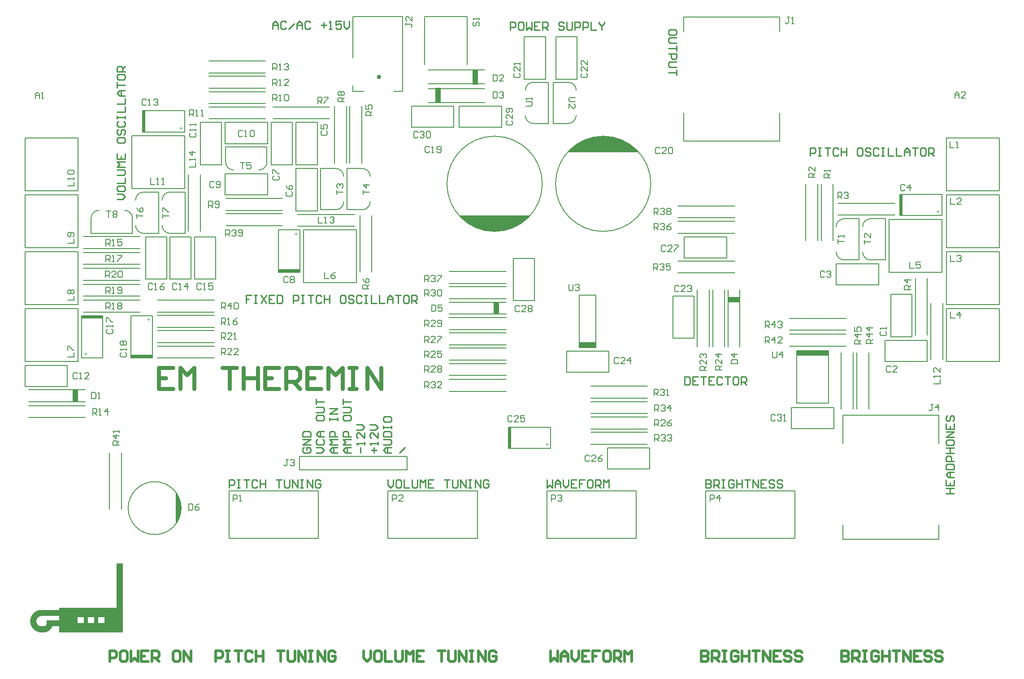
<source format=gto>
G04*
G04 #@! TF.GenerationSoftware,Altium Limited,Altium Designer,24.4.1 (13)*
G04*
G04 Layer_Color=65535*
%FSLAX44Y44*%
%MOMM*%
G71*
G04*
G04 #@! TF.SameCoordinates,B5B0D8E5-B161-4E7D-91E4-E0B691D99E8F*
G04*
G04*
G04 #@! TF.FilePolarity,Positive*
G04*
G01*
G75*
%ADD10C,0.2000*%
%ADD11C,0.4000*%
%ADD12C,0.1000*%
%ADD13C,0.5000*%
%ADD14C,0.2540*%
%ADD15C,0.8000*%
%ADD16R,4.0000X0.6000*%
%ADD17R,1.0000X2.8500*%
%ADD18R,0.6000X4.0000*%
%ADD19R,6.0000X0.9500*%
%ADD20R,2.4250X1.0000*%
%ADD21R,1.0000X2.4250*%
G36*
X190000Y-170078D02*
X69414D01*
Y-158457D01*
X56699D01*
Y-158867D01*
X56562D01*
Y-159277D01*
X56426D01*
Y-159551D01*
X56289D01*
Y-159824D01*
X56152D01*
Y-160098D01*
X56016D01*
Y-160371D01*
X55879D01*
Y-160644D01*
X55742D01*
Y-160918D01*
X55606D01*
Y-161191D01*
X55469D01*
Y-161465D01*
X55332D01*
Y-161602D01*
X55195D01*
Y-161875D01*
X55059D01*
Y-162148D01*
X54922D01*
Y-162285D01*
X54785D01*
Y-162559D01*
X54648D01*
Y-162695D01*
X54512D01*
Y-162832D01*
X54375D01*
Y-163105D01*
X54238D01*
Y-163242D01*
X54102D01*
Y-163379D01*
X53965D01*
Y-163652D01*
X53828D01*
Y-163789D01*
X53691D01*
Y-163926D01*
X53555D01*
Y-164062D01*
X53418D01*
Y-164199D01*
X53281D01*
Y-164473D01*
X53144D01*
Y-164609D01*
X53008D01*
Y-164746D01*
X52871D01*
Y-164883D01*
X52734D01*
Y-165019D01*
X52598D01*
Y-165156D01*
X52461D01*
Y-165293D01*
X52324D01*
Y-165430D01*
X52188D01*
Y-165566D01*
X52051D01*
Y-165703D01*
X51777D01*
Y-165840D01*
X51641D01*
Y-165977D01*
X51504D01*
Y-166113D01*
X51367D01*
Y-166250D01*
X51231D01*
Y-166387D01*
X50957D01*
Y-166523D01*
X50820D01*
Y-166660D01*
X50684D01*
Y-166797D01*
X50410D01*
Y-166934D01*
X50273D01*
Y-167070D01*
X50137D01*
Y-167207D01*
X49863D01*
Y-167344D01*
X49590D01*
Y-167480D01*
X49453D01*
Y-167617D01*
X49180D01*
Y-167754D01*
X49043D01*
Y-167891D01*
X48769D01*
Y-168027D01*
X48496D01*
Y-168164D01*
X48223D01*
Y-168301D01*
X47949D01*
Y-168438D01*
X47676D01*
Y-168574D01*
X47402D01*
Y-168711D01*
X46992D01*
Y-168848D01*
X46719D01*
Y-168984D01*
X46309D01*
Y-169121D01*
X45898D01*
Y-169258D01*
X45488D01*
Y-169394D01*
X45078D01*
Y-169531D01*
X44531D01*
Y-169668D01*
X43984D01*
Y-169805D01*
X43301D01*
Y-169941D01*
X42344D01*
Y-170078D01*
X34004D01*
Y-169941D01*
X33047D01*
Y-169805D01*
X32227D01*
Y-169668D01*
X31680D01*
Y-169531D01*
X30996D01*
Y-169394D01*
X30586D01*
Y-169258D01*
X30039D01*
Y-169121D01*
X29629D01*
Y-168984D01*
X29219D01*
Y-168848D01*
X28945D01*
Y-168711D01*
X28535D01*
Y-168574D01*
X28262D01*
Y-168438D01*
X27852D01*
Y-168301D01*
X27578D01*
Y-168164D01*
X27305D01*
Y-168027D01*
X27031D01*
Y-167891D01*
X26758D01*
Y-167754D01*
X26484D01*
Y-167617D01*
X26211D01*
Y-167480D01*
X25938D01*
Y-167344D01*
X25664D01*
Y-167207D01*
X25527D01*
Y-167070D01*
X25254D01*
Y-166934D01*
X24980D01*
Y-166797D01*
X24844D01*
Y-166660D01*
X24570D01*
Y-166523D01*
X24434D01*
Y-166387D01*
X24160D01*
Y-166250D01*
X24023D01*
Y-166113D01*
X23887D01*
Y-165977D01*
X23613D01*
Y-165840D01*
X23477D01*
Y-165703D01*
X23340D01*
Y-165566D01*
X23066D01*
Y-165430D01*
X22930D01*
Y-165293D01*
X22793D01*
Y-165156D01*
X22656D01*
Y-165019D01*
X22383D01*
Y-164883D01*
X22246D01*
Y-164746D01*
X22109D01*
Y-164609D01*
X21973D01*
Y-164473D01*
X21836D01*
Y-164336D01*
X21699D01*
Y-164199D01*
X21562D01*
Y-164062D01*
X21426D01*
Y-163926D01*
X21289D01*
Y-163789D01*
X21152D01*
Y-163652D01*
X21016D01*
Y-163516D01*
X20879D01*
Y-163379D01*
X20742D01*
Y-163242D01*
X20605D01*
Y-163105D01*
X20469D01*
Y-162969D01*
X20332D01*
Y-162832D01*
X20195D01*
Y-162559D01*
X20059D01*
Y-162422D01*
X19922D01*
Y-162285D01*
X19785D01*
Y-162148D01*
X19648D01*
Y-162012D01*
X19512D01*
Y-161738D01*
X19375D01*
Y-161602D01*
X19238D01*
Y-161465D01*
X19102D01*
Y-161191D01*
X18965D01*
Y-161055D01*
X18828D01*
Y-160781D01*
X18691D01*
Y-160644D01*
X18555D01*
Y-160371D01*
X18418D01*
Y-160234D01*
X18281D01*
Y-159961D01*
X18145D01*
Y-159824D01*
X18008D01*
Y-159551D01*
X17871D01*
Y-159277D01*
X17734D01*
Y-159141D01*
X17598D01*
Y-158867D01*
X17461D01*
Y-158594D01*
X17324D01*
Y-158320D01*
X17188D01*
Y-158047D01*
X17051D01*
Y-157773D01*
X16914D01*
Y-157363D01*
X16777D01*
Y-157090D01*
X16641D01*
Y-156816D01*
X16504D01*
Y-156406D01*
X16367D01*
Y-156133D01*
X16230D01*
Y-155723D01*
X16094D01*
Y-155312D01*
X15957D01*
Y-154902D01*
X15820D01*
Y-154355D01*
X15684D01*
Y-153809D01*
X15547D01*
Y-153262D01*
X15410D01*
Y-152578D01*
X15273D01*
Y-151621D01*
X15137D01*
Y-150391D01*
X15000D01*
Y-147109D01*
X15137D01*
Y-145879D01*
X15273D01*
Y-144922D01*
X15410D01*
Y-144238D01*
X15547D01*
Y-143691D01*
X15684D01*
Y-143145D01*
X15820D01*
Y-142598D01*
X15957D01*
Y-142188D01*
X16094D01*
Y-141777D01*
X16230D01*
Y-141367D01*
X16367D01*
Y-141094D01*
X16504D01*
Y-140684D01*
X16641D01*
Y-140410D01*
X16777D01*
Y-140137D01*
X16914D01*
Y-139726D01*
X17051D01*
Y-139453D01*
X17188D01*
Y-139180D01*
X17324D01*
Y-138906D01*
X17461D01*
Y-138633D01*
X17598D01*
Y-138359D01*
X17734D01*
Y-138223D01*
X17871D01*
Y-137949D01*
X18008D01*
Y-137676D01*
X18145D01*
Y-137539D01*
X18281D01*
Y-137266D01*
X18418D01*
Y-137129D01*
X18555D01*
Y-136855D01*
X18691D01*
Y-136719D01*
X18828D01*
Y-136445D01*
X18965D01*
Y-136309D01*
X19102D01*
Y-136035D01*
X19238D01*
Y-135898D01*
X19375D01*
Y-135762D01*
X19512D01*
Y-135488D01*
X19648D01*
Y-135351D01*
X19785D01*
Y-135215D01*
X19922D01*
Y-135078D01*
X20059D01*
Y-134941D01*
X20195D01*
Y-134668D01*
X20332D01*
Y-134531D01*
X20469D01*
Y-134395D01*
X20605D01*
Y-134258D01*
X20742D01*
Y-134121D01*
X20879D01*
Y-133984D01*
X21016D01*
Y-133848D01*
X21152D01*
Y-133711D01*
X21289D01*
Y-133574D01*
X21426D01*
Y-133438D01*
X21562D01*
Y-133301D01*
X21699D01*
Y-133164D01*
X21836D01*
Y-133027D01*
X21973D01*
Y-132891D01*
X22109D01*
Y-132754D01*
X22246D01*
Y-132617D01*
X22383D01*
Y-132480D01*
X22656D01*
Y-132344D01*
X22793D01*
Y-132207D01*
X22930D01*
Y-132070D01*
X23066D01*
Y-131934D01*
X23340D01*
Y-131797D01*
X23477D01*
Y-131660D01*
X23613D01*
Y-131523D01*
X23887D01*
Y-131387D01*
X24023D01*
Y-131250D01*
X24160D01*
Y-131113D01*
X24434D01*
Y-130976D01*
X24570D01*
Y-130840D01*
X24844D01*
Y-130703D01*
X24980D01*
Y-130566D01*
X25254D01*
Y-130430D01*
X25527D01*
Y-130293D01*
X25664D01*
Y-130156D01*
X25938D01*
Y-130020D01*
X26211D01*
Y-129883D01*
X26484D01*
Y-129746D01*
X26758D01*
Y-129609D01*
X27031D01*
Y-129473D01*
X27305D01*
Y-129336D01*
X27578D01*
Y-129199D01*
X27852D01*
Y-129062D01*
X28262D01*
Y-128926D01*
X28535D01*
Y-128789D01*
X28945D01*
Y-128652D01*
X29219D01*
Y-128516D01*
X29629D01*
Y-128379D01*
X30039D01*
Y-128242D01*
X30586D01*
Y-128105D01*
X30996D01*
Y-127969D01*
X31680D01*
Y-127832D01*
X32227D01*
Y-127695D01*
X33047D01*
Y-127559D01*
X34004D01*
Y-127422D01*
X69414D01*
Y-123457D01*
X178379D01*
Y-39922D01*
X190000D01*
Y-170078D01*
D02*
G37*
G36*
X290000Y34086D02*
Y95000D01*
X297500Y81250D01*
X297083Y80167D01*
X298750Y78500D01*
Y70250D01*
X300000Y69000D01*
Y60750D01*
X299250Y60000D01*
Y56500D01*
X298750Y54000D01*
X290000Y34086D01*
D02*
G37*
G36*
X824500Y618000D02*
X959500D01*
X949066Y608750D01*
X932719Y597336D01*
X914500Y590500D01*
X888764Y587849D01*
X874896Y589366D01*
X853446Y596191D01*
X837314Y606959D01*
X830745Y611755D01*
X824500Y618000D01*
D02*
G37*
G36*
X1083000Y368600D02*
X1052000D01*
Y378600D01*
X1083000D01*
Y368600D01*
D02*
G37*
G36*
X1164500Y738000D02*
X1029500D01*
X1039934Y747250D01*
X1056281Y758664D01*
X1074500Y765500D01*
X1100236Y768151D01*
X1114104Y766634D01*
X1135554Y759809D01*
X1151686Y749041D01*
X1158255Y744245D01*
X1164500Y738000D01*
D02*
G37*
%LPC*%
G36*
X135586Y-140957D02*
X123965D01*
Y-141094D01*
X123828D01*
Y-152578D01*
X135586D01*
Y-140957D01*
D02*
G37*
G36*
X116035D02*
X104414D01*
Y-152578D01*
X116172D01*
Y-141094D01*
X116035D01*
Y-140957D01*
D02*
G37*
G36*
X69414Y-139043D02*
X35098D01*
Y-139180D01*
X34277D01*
Y-139316D01*
X33730D01*
Y-139453D01*
X33320D01*
Y-139590D01*
X32910D01*
Y-139726D01*
X32637D01*
Y-139863D01*
X32363D01*
Y-140000D01*
X32090D01*
Y-140137D01*
X31816D01*
Y-140273D01*
X31543D01*
Y-140410D01*
X31270D01*
Y-140547D01*
X31133D01*
Y-140684D01*
X30859D01*
Y-140820D01*
X30723D01*
Y-140957D01*
X30449D01*
Y-141094D01*
X30312D01*
Y-141230D01*
X30176D01*
Y-141367D01*
X30039D01*
Y-141504D01*
X29902D01*
Y-141641D01*
X29629D01*
Y-141777D01*
X29492D01*
Y-141914D01*
X29355D01*
Y-142051D01*
X29219D01*
Y-142324D01*
X29082D01*
Y-142461D01*
X28945D01*
Y-142598D01*
X28809D01*
Y-142734D01*
X28672D01*
Y-142871D01*
X28535D01*
Y-143145D01*
X28398D01*
Y-143281D01*
X28262D01*
Y-143555D01*
X28125D01*
Y-143691D01*
X27988D01*
Y-143965D01*
X27852D01*
Y-144238D01*
X27715D01*
Y-144512D01*
X27578D01*
Y-144785D01*
X27441D01*
Y-145059D01*
X27305D01*
Y-145469D01*
X27168D01*
Y-145879D01*
X27031D01*
Y-146426D01*
X26895D01*
Y-146973D01*
X26758D01*
Y-148066D01*
X26621D01*
Y-149434D01*
X26758D01*
Y-150527D01*
X26895D01*
Y-151074D01*
X27031D01*
Y-151621D01*
X27168D01*
Y-152031D01*
X27305D01*
Y-152441D01*
X27441D01*
Y-152715D01*
X27578D01*
Y-152988D01*
X27715D01*
Y-153262D01*
X27852D01*
Y-153535D01*
X27988D01*
Y-153809D01*
X28125D01*
Y-153945D01*
X28262D01*
Y-154219D01*
X28398D01*
Y-154355D01*
X28535D01*
Y-154629D01*
X28672D01*
Y-154766D01*
X28809D01*
Y-154902D01*
X28945D01*
Y-155039D01*
X29082D01*
Y-155176D01*
X29219D01*
Y-155312D01*
X29355D01*
Y-155586D01*
X29492D01*
Y-155723D01*
X29766D01*
Y-155859D01*
X29902D01*
Y-155996D01*
X30039D01*
Y-156133D01*
X30176D01*
Y-156270D01*
X30312D01*
Y-156406D01*
X30449D01*
Y-156543D01*
X30723D01*
Y-156680D01*
X30859D01*
Y-156816D01*
X31133D01*
Y-156953D01*
X31270D01*
Y-157090D01*
X31543D01*
Y-157226D01*
X31816D01*
Y-157363D01*
X32090D01*
Y-157500D01*
X32363D01*
Y-157637D01*
X32637D01*
Y-157773D01*
X32910D01*
Y-157910D01*
X33320D01*
Y-158047D01*
X33730D01*
Y-158184D01*
X34277D01*
Y-158320D01*
X35098D01*
Y-158457D01*
X41250D01*
Y-158320D01*
X41797D01*
Y-158184D01*
X42207D01*
Y-158047D01*
X42617D01*
Y-157910D01*
X42891D01*
Y-157773D01*
X43164D01*
Y-157637D01*
X43438D01*
Y-157500D01*
X43574D01*
Y-157363D01*
X43711D01*
Y-157226D01*
X43984D01*
Y-157090D01*
X44121D01*
Y-156953D01*
X44258D01*
Y-156816D01*
X44395D01*
Y-156680D01*
X44531D01*
Y-156543D01*
X44668D01*
Y-156406D01*
X44805D01*
Y-156270D01*
X44941D01*
Y-155996D01*
X45078D01*
Y-155859D01*
X45215D01*
Y-155586D01*
X45352D01*
Y-155449D01*
X45488D01*
Y-155039D01*
X45625D01*
Y-154766D01*
X45762D01*
Y-154355D01*
X45898D01*
Y-153945D01*
X46035D01*
Y-152715D01*
X46172D01*
Y-146836D01*
X69414D01*
Y-139043D01*
D02*
G37*
G36*
X155000Y-140957D02*
X143379D01*
Y-152578D01*
X155000D01*
Y-140957D01*
D02*
G37*
%LPD*%
D10*
X207950Y613000D02*
G03*
X192950Y628000I-15000J0D01*
G01*
X145050D02*
G03*
X130050Y613000I0J-15000D01*
G01*
X229000Y662350D02*
G03*
X214000Y647350I0J-15000D01*
G01*
Y599450D02*
G03*
X229000Y584450I15000J0D01*
G01*
X279000Y662350D02*
G03*
X264000Y647350I0J-15000D01*
G01*
Y599450D02*
G03*
X279000Y584450I15000J0D01*
G01*
X384050Y719000D02*
G03*
X399050Y704000I15000J0D01*
G01*
X446950D02*
G03*
X461950Y719000I0J15000D01*
G01*
X642000Y629050D02*
G03*
X657000Y644050I0J15000D01*
G01*
Y691950D02*
G03*
X642000Y706950I-15000J0D01*
G01*
X592000Y629050D02*
G03*
X607000Y644050I0J15000D01*
G01*
Y691950D02*
G03*
X592000Y706950I-15000J0D01*
G01*
X1031000Y792050D02*
G03*
X1046000Y807050I0J15000D01*
G01*
Y854950D02*
G03*
X1031000Y869950I-15000J0D01*
G01*
X965000D02*
G03*
X950000Y854950I0J-15000D01*
G01*
Y807050D02*
G03*
X965000Y792050I15000J0D01*
G01*
X982000Y678000D02*
G03*
X982000Y678000I-90000J0D01*
G01*
X1187000D02*
G03*
X1187000Y678000I-90000J0D01*
G01*
X1602000Y611950D02*
G03*
X1587000Y596950I0J-15000D01*
G01*
Y549050D02*
G03*
X1602000Y534050I15000J0D01*
G01*
X1552000Y611950D02*
G03*
X1537000Y596950I0J-15000D01*
G01*
Y549050D02*
G03*
X1552000Y534050I15000J0D01*
G01*
X300000Y65000D02*
G03*
X300000Y65000I-50000J0D01*
G01*
X523100Y137000D02*
X726850D01*
X523100D02*
Y163000D01*
X726850D01*
Y137000D02*
Y163000D01*
X1637000Y511000D02*
Y611000D01*
X1737000Y511000D02*
Y611000D01*
X1637000D02*
X1737000D01*
X1637000Y511000D02*
X1737000D01*
X325000Y578000D02*
X365000D01*
X325000Y498000D02*
X365000D01*
X325000D02*
Y578000D01*
X365000Y498000D02*
Y578000D01*
X279000Y498000D02*
X319000D01*
X279000Y578000D02*
X319000D01*
Y498000D02*
Y578000D01*
X279000Y498000D02*
Y578000D01*
X233000Y498000D02*
Y578000D01*
X273000Y498000D02*
Y578000D01*
X233000D02*
X273000D01*
X233000Y498000D02*
X273000D01*
X115500Y458250D02*
X222500D01*
X115500Y435750D02*
X222500D01*
X115500Y488250D02*
X222500D01*
X115500Y465750D02*
X222500D01*
X115500Y518250D02*
X222500D01*
X115500Y495750D02*
X222500D01*
X115500Y525750D02*
X222500D01*
X115500Y548250D02*
X222500D01*
X115500Y578250D02*
X222500D01*
X115500Y555750D02*
X222500D01*
X130050Y584500D02*
Y613000D01*
Y584500D02*
X207950D01*
Y613000D01*
X112000Y349000D02*
Y429000D01*
X152000Y349000D02*
Y429000D01*
X112000D02*
X152000D01*
X112000Y349000D02*
X152000D01*
X245500D02*
Y429000D01*
X205500Y349000D02*
Y429000D01*
Y349000D02*
X245500D01*
X205500Y429000D02*
X245500D01*
X255500Y348750D02*
X362500D01*
X255500Y371250D02*
X362500D01*
X255500Y377750D02*
X362500D01*
X255500Y400250D02*
X362500D01*
X255500Y406750D02*
X362500D01*
X255500Y429250D02*
X362500D01*
X255500Y435750D02*
X362500D01*
X255500Y458250D02*
X362500D01*
X229000Y584450D02*
X257500D01*
Y662350D01*
X229000D02*
X257500D01*
X279000Y584450D02*
X307500D01*
Y662350D01*
X279000D02*
X307500D01*
X207000Y669000D02*
Y769000D01*
X307000Y669000D02*
Y769000D01*
X207000D02*
X307000D01*
X207000Y669000D02*
X307000D01*
X352500Y800750D02*
X459500D01*
X352500Y823250D02*
X459500D01*
X352500Y829750D02*
X459500D01*
X352500Y852250D02*
X459500D01*
X352500Y858750D02*
X459500D01*
X352500Y881250D02*
X459500D01*
X352500Y887750D02*
X459500D01*
X352500Y910250D02*
X459500D01*
X473500Y800750D02*
X580500D01*
X473500Y823250D02*
X580500D01*
X463000Y754000D02*
Y794000D01*
X383000Y754000D02*
Y794000D01*
X463000D01*
X383000Y754000D02*
X463000D01*
X336000Y714000D02*
X376000D01*
X336000Y794000D02*
X376000D01*
Y714000D02*
Y794000D01*
X336000Y714000D02*
Y794000D01*
X461950Y719000D02*
Y747500D01*
X384050D02*
X461950D01*
X384050Y719000D02*
Y747500D01*
X313750Y588500D02*
Y695500D01*
X336250Y588500D02*
Y695500D01*
X383000Y697000D02*
X463000D01*
X383000Y657000D02*
X463000D01*
Y697000D01*
X383000Y657000D02*
Y697000D01*
X384500Y650250D02*
X491500D01*
X384500Y627750D02*
X491500D01*
X384500Y621250D02*
X491500D01*
X384500Y598750D02*
X491500D01*
X517000Y714000D02*
X557000D01*
X517000Y794000D02*
X557000D01*
Y714000D02*
Y794000D01*
X517000Y714000D02*
Y794000D01*
X470000Y714000D02*
X510000D01*
X470000Y794000D02*
X510000D01*
Y714000D02*
Y794000D01*
X470000Y714000D02*
Y794000D01*
X613500Y706950D02*
X642000D01*
X613500Y629050D02*
Y706950D01*
Y629050D02*
X642000D01*
X563500Y706950D02*
X592000D01*
X563500Y629050D02*
Y706950D01*
Y629050D02*
X592000D01*
X517000Y627000D02*
Y707000D01*
X557000Y627000D02*
Y707000D01*
X517000D02*
X557000D01*
X517000Y627000D02*
X557000D01*
X520500Y597750D02*
X627500D01*
X520500Y620250D02*
X627500D01*
X524000Y511000D02*
Y591000D01*
X484000Y511000D02*
Y591000D01*
Y511000D02*
X524000D01*
X484000Y591000D02*
X524000D01*
X531000Y491000D02*
X631000D01*
X531000Y591000D02*
X631000D01*
X531000Y491000D02*
Y591000D01*
X631000Y491000D02*
Y591000D01*
X637750Y511500D02*
Y618500D01*
X660250Y511500D02*
Y618500D01*
X641250Y717500D02*
Y824500D01*
X618750Y717500D02*
Y824500D01*
X589750Y717500D02*
Y824500D01*
X612250Y717500D02*
Y824500D01*
X624500Y994000D02*
X718500D01*
Y853000D02*
Y994000D01*
X624500Y853000D02*
Y864000D01*
X701000Y853000D02*
X718500D01*
X624500Y916000D02*
Y994000D01*
Y853000D02*
X645250D01*
X840263Y993850D02*
X840500Y903230D01*
X771380Y993850D02*
X840249D01*
X760000D02*
X771380D01*
X760000Y903230D02*
Y993850D01*
X766500Y893250D02*
X873500D01*
X766500Y866750D02*
X873500D01*
X766500Y831750D02*
X873500D01*
X766500Y858250D02*
X873500D01*
X735000Y785000D02*
Y825000D01*
X815000Y785000D02*
Y825000D01*
X735000Y785000D02*
X815000D01*
X735000Y825000D02*
X815000D01*
X825000Y785000D02*
Y825000D01*
X905000Y785000D02*
Y825000D01*
X825000Y785000D02*
X905000D01*
X825000Y825000D02*
X905000D01*
X948000Y876000D02*
X988000D01*
X948000Y956000D02*
X988000D01*
Y876000D02*
Y956000D01*
X948000Y876000D02*
Y956000D01*
X1008000D02*
X1048000D01*
X1008000Y876000D02*
X1048000D01*
X1008000D02*
Y956000D01*
X1048000Y876000D02*
Y956000D01*
X1002500Y869950D02*
X1031000D01*
X1002500Y792050D02*
Y869950D01*
Y792050D02*
X1031000D01*
X965000D02*
X993500D01*
Y869950D01*
X965000D02*
X993500D01*
X1238500Y613750D02*
X1345500D01*
X1238500Y636250D02*
X1345500D01*
X1238500Y607250D02*
X1345500D01*
X1238500Y584750D02*
X1345500D01*
X1330000Y538000D02*
Y578000D01*
X1250000Y538000D02*
Y578000D01*
X1330000D01*
X1250000Y538000D02*
X1330000D01*
X1238500Y532250D02*
X1345500D01*
X1238500Y509750D02*
X1345500D01*
X1537000Y487000D02*
Y527000D01*
X1617000Y487000D02*
Y527000D01*
X1537000Y487000D02*
X1617000D01*
X1537000Y527000D02*
X1617000D01*
X1602000Y534050D02*
X1630500D01*
Y611950D01*
X1602000D02*
X1630500D01*
X1552000Y534050D02*
X1580500D01*
Y611950D01*
X1552000D02*
X1580500D01*
X1657000Y618000D02*
X1737000D01*
X1657000Y658000D02*
X1737000D01*
X1657000Y618000D02*
Y658000D01*
X1737000Y618000D02*
Y658000D01*
X1540500Y618750D02*
X1647500D01*
X1540500Y641250D02*
X1647500D01*
X1531250Y570500D02*
Y677500D01*
X1508750Y570500D02*
Y677500D01*
X1502250Y570500D02*
Y677500D01*
X1479750Y570500D02*
Y677500D01*
X1249500Y993500D02*
X1285500D01*
X1249500Y966250D02*
Y993500D01*
X1285500D02*
X1430500D01*
Y966250D02*
Y993500D01*
Y758500D02*
Y812250D01*
X1259250Y758500D02*
X1430500Y758500D01*
X1249500D02*
Y812250D01*
Y758500D02*
X1259250D01*
X1745000Y665000D02*
X1845000D01*
X1745000Y765000D02*
X1845000D01*
X1745000Y665000D02*
Y765000D01*
X1845000Y665000D02*
Y765000D01*
X1745000Y657500D02*
X1845000D01*
X1745000Y557500D02*
X1845000D01*
Y657500D01*
X1745000Y557500D02*
Y657500D01*
Y550000D02*
X1845000D01*
X1745000Y450000D02*
X1845000D01*
Y550000D01*
X1745000Y450000D02*
Y550000D01*
Y342500D02*
X1845000D01*
X1745000Y442500D02*
X1845000D01*
X1745000Y342500D02*
Y442500D01*
X1845000Y342500D02*
Y442500D01*
X1709250Y392500D02*
Y499500D01*
X1686750Y392500D02*
Y499500D01*
X1738250Y345500D02*
Y452500D01*
X1715750Y345500D02*
Y452500D01*
X1640000Y389000D02*
X1680000D01*
X1640000Y469000D02*
X1680000D01*
Y389000D02*
Y469000D01*
X1640000Y389000D02*
Y469000D01*
X1629000Y382000D02*
X1709000D01*
X1629000Y342000D02*
X1709000D01*
Y382000D01*
X1629000Y342000D02*
Y382000D01*
X1598750Y252500D02*
Y359500D01*
X1576250Y252500D02*
Y359500D01*
X1568750Y252500D02*
Y359500D01*
X1546250Y252500D02*
Y359500D01*
X1452500Y255000D02*
X1532500D01*
X1452500Y215000D02*
X1532500D01*
Y255000D01*
X1452500Y215000D02*
Y255000D01*
X1462500Y263200D02*
Y362200D01*
X1522500Y263200D02*
Y362200D01*
X1462500Y263200D02*
X1522500D01*
X1462500Y362200D02*
X1522500D01*
X1449000Y393750D02*
X1556000D01*
X1449000Y371250D02*
X1556000D01*
X1449000Y401250D02*
X1556000D01*
X1449000Y423750D02*
X1556000D01*
X1332750Y370500D02*
Y477500D01*
X1355250Y370500D02*
Y477500D01*
X1303750Y370500D02*
Y477500D01*
X1326250Y370500D02*
Y477500D01*
X1274750Y370500D02*
Y477500D01*
X1297250Y370500D02*
Y477500D01*
X1229000Y386000D02*
X1269000D01*
X1229000Y466000D02*
X1269000D01*
Y386000D02*
Y466000D01*
X1229000Y386000D02*
Y466000D01*
X1108000Y322000D02*
Y362000D01*
X1028000Y322000D02*
Y362000D01*
X1108000D01*
X1028000Y322000D02*
X1108000D01*
X1083000Y368600D02*
Y467400D01*
X1052000Y368600D02*
Y467400D01*
X1083000D01*
X1052000Y368600D02*
X1083000D01*
X927000Y537000D02*
X967000D01*
X927000Y457000D02*
X967000D01*
X927000D02*
Y537000D01*
X967000Y457000D02*
Y537000D01*
X806500Y489750D02*
X913500D01*
X806500Y512250D02*
X913500D01*
X806500Y460750D02*
X913500D01*
X806500Y483250D02*
X913500D01*
X806500Y454250D02*
X913500D01*
X806500Y431750D02*
X913500D01*
X806500Y402750D02*
X913500D01*
X806500Y425250D02*
X913500D01*
X806500Y373750D02*
X913500D01*
X806500Y396250D02*
X913500D01*
X806500Y367250D02*
X913500D01*
X806500Y344750D02*
X913500D01*
X806500Y315750D02*
X913500D01*
X806500Y338250D02*
X913500D01*
X806500Y285750D02*
X913500D01*
X806500Y308250D02*
X913500D01*
X1073500Y272750D02*
X1180500D01*
X1073500Y295250D02*
X1180500D01*
X1073500Y266250D02*
X1180500D01*
X1073500Y243750D02*
X1180500D01*
X1073500Y214750D02*
X1180500D01*
X1073500Y237250D02*
X1180500D01*
X1073500Y185750D02*
X1180500D01*
X1073500Y208250D02*
X1180500D01*
X1185000Y139000D02*
Y179000D01*
X1105000Y139000D02*
Y179000D01*
X1185000D01*
X1105000Y139000D02*
X1185000D01*
X1694500Y6000D02*
X1730500D01*
Y33250D01*
X1549500Y6000D02*
X1694500D01*
X1549500D02*
Y33250D01*
Y187250D02*
Y241000D01*
X1720750Y241000D01*
X1730500Y187250D02*
Y241000D01*
X1720750D02*
X1730500D01*
X1290500Y8000D02*
X1459500D01*
Y97250D01*
X1290500Y8000D02*
Y97250D01*
X1459500D01*
X990500D02*
X1159500D01*
X990500Y8000D02*
Y97250D01*
X1159500Y8000D02*
Y97250D01*
X990500Y8000D02*
X1159500D01*
X690500D02*
X859500D01*
Y97250D01*
X690500Y8000D02*
Y97250D01*
X859500D01*
X390500D02*
X559500D01*
X390500Y8000D02*
Y97250D01*
X559500Y8000D02*
Y97250D01*
X390500Y8000D02*
X559500D01*
X164750Y62500D02*
Y169500D01*
X187250Y62500D02*
Y169500D01*
X12000Y236250D02*
X119000D01*
X12000Y258750D02*
X119000D01*
X12000Y288750D02*
X119000D01*
X12000Y266250D02*
X119000D01*
X85000Y295000D02*
Y335000D01*
X5000Y295000D02*
Y335000D01*
X85000D01*
X5000Y295000D02*
X85000D01*
X5000Y342500D02*
Y442500D01*
X105000Y342500D02*
Y442500D01*
X5000D02*
X105000D01*
X5000Y342500D02*
X105000D01*
X5000Y450000D02*
Y550000D01*
X105000Y450000D02*
Y550000D01*
X5000D02*
X105000D01*
X5000Y450000D02*
X105000D01*
X5000Y557500D02*
Y657500D01*
X105000Y557500D02*
Y657500D01*
X5000D02*
X105000D01*
X5000Y557500D02*
X105000D01*
X5000Y665000D02*
Y765000D01*
X105000Y665000D02*
Y765000D01*
X5000D02*
X105000D01*
X5000Y665000D02*
X105000D01*
X998000Y178000D02*
Y218000D01*
X918000Y178000D02*
Y218000D01*
X998000D01*
X918000Y178000D02*
X998000D01*
X307000Y776000D02*
Y816000D01*
X227000Y776000D02*
Y816000D01*
X307000D01*
X227000Y776000D02*
X307000D01*
X502001Y156998D02*
X498002D01*
X500001D01*
Y147001D01*
X498002Y145002D01*
X496003D01*
X494003Y147001D01*
X505999Y154999D02*
X507999Y156998D01*
X511997D01*
X513997Y154999D01*
Y152999D01*
X511997Y151000D01*
X509998D01*
X511997D01*
X513997Y149001D01*
Y147001D01*
X511997Y145002D01*
X507999D01*
X505999Y147001D01*
X1676003Y529998D02*
Y518002D01*
X1684001D01*
X1695997Y529998D02*
X1687999D01*
Y524000D01*
X1691998Y525999D01*
X1693997D01*
X1695997Y524000D01*
Y520001D01*
X1693997Y518002D01*
X1689999D01*
X1687999Y520001D01*
X338002Y487999D02*
X336003Y489998D01*
X332004D01*
X330005Y487999D01*
Y480001D01*
X332004Y478002D01*
X336003D01*
X338002Y480001D01*
X342001Y478002D02*
X346000D01*
X344000D01*
Y489998D01*
X342001Y487999D01*
X359995Y489998D02*
X351998D01*
Y484000D01*
X355996Y485999D01*
X357996D01*
X359995Y484000D01*
Y480001D01*
X357996Y478002D01*
X353997D01*
X351998Y480001D01*
X292002Y487999D02*
X290003Y489998D01*
X286004D01*
X284005Y487999D01*
Y480001D01*
X286004Y478002D01*
X290003D01*
X292002Y480001D01*
X296001Y478002D02*
X300000D01*
X298000D01*
Y489998D01*
X296001Y487999D01*
X311996Y478002D02*
Y489998D01*
X305998Y484000D01*
X313995D01*
X246002Y487999D02*
X244003Y489998D01*
X240004D01*
X238005Y487999D01*
Y480001D01*
X240004Y478002D01*
X244003D01*
X246002Y480001D01*
X250001Y478002D02*
X254000D01*
X252000D01*
Y489998D01*
X250001Y487999D01*
X267995Y489998D02*
X263996Y487999D01*
X259998Y484000D01*
Y480001D01*
X261997Y478002D01*
X265996D01*
X267995Y480001D01*
Y482001D01*
X265996Y484000D01*
X259998D01*
X158005Y441002D02*
Y452998D01*
X164003D01*
X166002Y450999D01*
Y447000D01*
X164003Y445001D01*
X158005D01*
X162004D02*
X166002Y441002D01*
X170001D02*
X174000D01*
X172000D01*
Y452998D01*
X170001Y450999D01*
X179998D02*
X181997Y452998D01*
X185996D01*
X187995Y450999D01*
Y448999D01*
X185996Y447000D01*
X187995Y445001D01*
Y443001D01*
X185996Y441002D01*
X181997D01*
X179998Y443001D01*
Y445001D01*
X181997Y447000D01*
X179998Y448999D01*
Y450999D01*
X181997Y447000D02*
X185996D01*
X158005Y471002D02*
Y482998D01*
X164003D01*
X166002Y480999D01*
Y477000D01*
X164003Y475001D01*
X158005D01*
X162004D02*
X166002Y471002D01*
X170001D02*
X174000D01*
X172000D01*
Y482998D01*
X170001Y480999D01*
X179998Y473001D02*
X181997Y471002D01*
X185996D01*
X187995Y473001D01*
Y480999D01*
X185996Y482998D01*
X181997D01*
X179998Y480999D01*
Y478999D01*
X181997Y477000D01*
X187995D01*
X157005Y501002D02*
Y512998D01*
X163003D01*
X165003Y510999D01*
Y507000D01*
X163003Y505001D01*
X157005D01*
X161004D02*
X165003Y501002D01*
X176999D02*
X169001D01*
X176999Y508999D01*
Y510999D01*
X174999Y512998D01*
X171001D01*
X169001Y510999D01*
X180997D02*
X182997Y512998D01*
X186996D01*
X188995Y510999D01*
Y503001D01*
X186996Y501002D01*
X182997D01*
X180997Y503001D01*
Y510999D01*
X158005Y531002D02*
Y542998D01*
X164003D01*
X166002Y540999D01*
Y537000D01*
X164003Y535001D01*
X158005D01*
X162004D02*
X166002Y531002D01*
X170001D02*
X174000D01*
X172000D01*
Y542998D01*
X170001Y540999D01*
X179998Y542998D02*
X187995D01*
Y540999D01*
X179998Y533001D01*
Y531002D01*
X158005Y561002D02*
Y572998D01*
X164003D01*
X166002Y570999D01*
Y567000D01*
X164003Y565001D01*
X158005D01*
X162004D02*
X166002Y561002D01*
X170001D02*
X174000D01*
X172000D01*
Y572998D01*
X170001Y570999D01*
X187995Y572998D02*
X179998D01*
Y567000D01*
X183997Y568999D01*
X185996D01*
X187995Y567000D01*
Y563001D01*
X185996Y561002D01*
X181997D01*
X179998Y563001D01*
X159003Y626998D02*
X167001D01*
X163002D01*
Y615002D01*
X170999Y624999D02*
X172999Y626998D01*
X176997D01*
X178997Y624999D01*
Y622999D01*
X176997Y621000D01*
X178997Y619001D01*
Y617001D01*
X176997Y615002D01*
X172999D01*
X170999Y617001D01*
Y619001D01*
X172999Y621000D01*
X170999Y622999D01*
Y624999D01*
X172999Y621000D02*
X176997D01*
X161001Y403002D02*
X159002Y401003D01*
Y397004D01*
X161001Y395005D01*
X168999D01*
X170998Y397004D01*
Y401003D01*
X168999Y403002D01*
X170998Y407001D02*
Y411000D01*
Y409000D01*
X159002D01*
X161001Y407001D01*
X159002Y416998D02*
Y424995D01*
X161001D01*
X168999Y416998D01*
X170998D01*
X187001Y359002D02*
X185002Y357003D01*
Y353004D01*
X187001Y351005D01*
X194999D01*
X196998Y353004D01*
Y357003D01*
X194999Y359002D01*
X196998Y363001D02*
Y367000D01*
Y365000D01*
X185002D01*
X187001Y363001D01*
Y372998D02*
X185002Y374997D01*
Y378996D01*
X187001Y380995D01*
X189001D01*
X191000Y378996D01*
X192999Y380995D01*
X194999D01*
X196998Y378996D01*
Y374997D01*
X194999Y372998D01*
X192999D01*
X191000Y374997D01*
X189001Y372998D01*
X187001D01*
X191000Y374997D02*
Y378996D01*
X376005Y355002D02*
Y366998D01*
X382003D01*
X384003Y364999D01*
Y361000D01*
X382003Y359001D01*
X376005D01*
X380004D02*
X384003Y355002D01*
X395999D02*
X388001D01*
X395999Y362999D01*
Y364999D01*
X393999Y366998D01*
X390001D01*
X388001Y364999D01*
X407995Y355002D02*
X399997D01*
X407995Y362999D01*
Y364999D01*
X405995Y366998D01*
X401997D01*
X399997Y364999D01*
X376005Y384002D02*
Y395998D01*
X382003D01*
X384002Y393999D01*
Y390000D01*
X382003Y388001D01*
X376005D01*
X380003D02*
X384002Y384002D01*
X395998D02*
X388001D01*
X395998Y391999D01*
Y393999D01*
X393999Y395998D01*
X390000D01*
X388001Y393999D01*
X399997Y384002D02*
X403996D01*
X401996D01*
Y395998D01*
X399997Y393999D01*
X376005Y412002D02*
Y423998D01*
X382003D01*
X384002Y421999D01*
Y418000D01*
X382003Y416001D01*
X376005D01*
X380004D02*
X384002Y412002D01*
X388001D02*
X392000D01*
X390000D01*
Y423998D01*
X388001Y421999D01*
X405995Y423998D02*
X401996Y421999D01*
X397998Y418000D01*
Y414001D01*
X399997Y412002D01*
X403996D01*
X405995Y414001D01*
Y416001D01*
X403996Y418000D01*
X397998D01*
X376005Y441002D02*
Y452998D01*
X382003D01*
X384003Y450999D01*
Y447000D01*
X382003Y445001D01*
X376005D01*
X380004D02*
X384003Y441002D01*
X393999D02*
Y452998D01*
X388001Y447000D01*
X395999D01*
X399997Y450999D02*
X401997Y452998D01*
X405995D01*
X407995Y450999D01*
Y443001D01*
X405995Y441002D01*
X401997D01*
X399997Y443001D01*
Y450999D01*
X216002Y613003D02*
Y621001D01*
Y617002D01*
X227998D01*
X216002Y632997D02*
X218001Y628998D01*
X222000Y624999D01*
X225999D01*
X227998Y626999D01*
Y630997D01*
X225999Y632997D01*
X223999D01*
X222000Y630997D01*
Y624999D01*
X265002Y613003D02*
Y621001D01*
Y617002D01*
X276998D01*
X265002Y624999D02*
Y632997D01*
X267001D01*
X274999Y624999D01*
X276998D01*
X242004Y688998D02*
Y677002D01*
X250002D01*
X254000D02*
X257999D01*
X256000D01*
Y688998D01*
X254000Y686999D01*
X263997Y677002D02*
X267996D01*
X265996D01*
Y688998D01*
X263997Y686999D01*
X316004Y806002D02*
Y817998D01*
X322002D01*
X324002Y815999D01*
Y812000D01*
X322002Y810001D01*
X316004D01*
X320003D02*
X324002Y806002D01*
X328000D02*
X331999D01*
X330000D01*
Y817998D01*
X328000Y815999D01*
X337997Y806002D02*
X341996D01*
X339996D01*
Y817998D01*
X337997Y815999D01*
X473005Y835002D02*
Y846998D01*
X479003D01*
X481002Y844999D01*
Y841000D01*
X479003Y839001D01*
X473005D01*
X477004D02*
X481002Y835002D01*
X485001D02*
X489000D01*
X487000D01*
Y846998D01*
X485001Y844999D01*
X494998D02*
X496997Y846998D01*
X500996D01*
X502995Y844999D01*
Y837001D01*
X500996Y835002D01*
X496997D01*
X494998Y837001D01*
Y844999D01*
X473005Y864002D02*
Y875998D01*
X479003D01*
X481002Y873999D01*
Y870000D01*
X479003Y868001D01*
X473005D01*
X477004D02*
X481002Y864002D01*
X485001D02*
X489000D01*
X487000D01*
Y875998D01*
X485001Y873999D01*
X502995Y864002D02*
X494998D01*
X502995Y871999D01*
Y873999D01*
X500996Y875998D01*
X496997D01*
X494998Y873999D01*
X473005Y893002D02*
Y904998D01*
X479003D01*
X481002Y902999D01*
Y899000D01*
X479003Y897001D01*
X473005D01*
X477004D02*
X481002Y893002D01*
X485001D02*
X489000D01*
X487000D01*
Y904998D01*
X485001Y902999D01*
X494998D02*
X496997Y904998D01*
X500996D01*
X502995Y902999D01*
Y900999D01*
X500996Y899000D01*
X498996D01*
X500996D01*
X502995Y897001D01*
Y895001D01*
X500996Y893002D01*
X496997D01*
X494998Y895001D01*
X558003Y830002D02*
Y841998D01*
X564001D01*
X566001Y839999D01*
Y836000D01*
X564001Y834001D01*
X558003D01*
X562002D02*
X566001Y830002D01*
X569999Y841998D02*
X577997D01*
Y839999D01*
X569999Y832001D01*
Y830002D01*
X416002Y776999D02*
X414003Y778998D01*
X410004D01*
X408005Y776999D01*
Y769001D01*
X410004Y767002D01*
X414003D01*
X416002Y769001D01*
X420001Y767002D02*
X424000D01*
X422000D01*
Y778998D01*
X420001Y776999D01*
X429998D02*
X431997Y778998D01*
X435996D01*
X437995Y776999D01*
Y769001D01*
X435996Y767002D01*
X431997D01*
X429998Y769001D01*
Y776999D01*
X318001Y774002D02*
X316002Y772002D01*
Y768003D01*
X318001Y766004D01*
X325999D01*
X327998Y768003D01*
Y772002D01*
X325999Y774002D01*
X327998Y778000D02*
Y781999D01*
Y780000D01*
X316002D01*
X318001Y778000D01*
X327998Y787997D02*
Y791996D01*
Y789996D01*
X316002D01*
X318001Y787997D01*
X412003Y717998D02*
X420001D01*
X416002D01*
Y706002D01*
X431997Y717998D02*
X423999D01*
Y712000D01*
X427998Y713999D01*
X429997D01*
X431997Y712000D01*
Y708001D01*
X429997Y706002D01*
X425999D01*
X423999Y708001D01*
X315002Y710005D02*
X326998D01*
Y718002D01*
Y722001D02*
Y726000D01*
Y724000D01*
X315002D01*
X317001Y722001D01*
X326998Y737996D02*
X315002D01*
X321000Y731998D01*
Y739995D01*
X362001Y680999D02*
X360001Y682998D01*
X356003D01*
X354003Y680999D01*
Y673001D01*
X356003Y671002D01*
X360001D01*
X362001Y673001D01*
X365999D02*
X367999Y671002D01*
X371997D01*
X373997Y673001D01*
Y680999D01*
X371997Y682998D01*
X367999D01*
X365999Y680999D01*
Y678999D01*
X367999Y677000D01*
X373997D01*
X352003Y633002D02*
Y644998D01*
X358001D01*
X360001Y642999D01*
Y639000D01*
X358001Y637001D01*
X352003D01*
X356002D02*
X360001Y633002D01*
X363999Y635001D02*
X365999Y633002D01*
X369997D01*
X371997Y635001D01*
Y642999D01*
X369997Y644998D01*
X365999D01*
X363999Y642999D01*
Y640999D01*
X365999Y639000D01*
X371997D01*
X384005Y579002D02*
Y590998D01*
X390003D01*
X392003Y588999D01*
Y585000D01*
X390003Y583001D01*
X384005D01*
X388004D02*
X392003Y579002D01*
X396001Y588999D02*
X398001Y590998D01*
X401999D01*
X403999Y588999D01*
Y586999D01*
X401999Y585000D01*
X400000D01*
X401999D01*
X403999Y583001D01*
Y581001D01*
X401999Y579002D01*
X398001D01*
X396001Y581001D01*
X407997D02*
X409997Y579002D01*
X413996D01*
X415995Y581001D01*
Y588999D01*
X413996Y590998D01*
X409997D01*
X407997Y588999D01*
Y586999D01*
X409997Y585000D01*
X415995D01*
X566001Y778001D02*
X564002Y776001D01*
Y772003D01*
X566001Y770003D01*
X573999D01*
X575998Y772003D01*
Y776001D01*
X573999Y778001D01*
X564002Y789997D02*
Y781999D01*
X570000D01*
X568001Y785998D01*
Y787997D01*
X570000Y789997D01*
X573999D01*
X575998Y787997D01*
Y783999D01*
X573999Y781999D01*
X475001Y693001D02*
X473002Y691001D01*
Y687003D01*
X475001Y685003D01*
X482999D01*
X484998Y687003D01*
Y691001D01*
X482999Y693001D01*
X473002Y696999D02*
Y704997D01*
X475001D01*
X482999Y696999D01*
X484998D01*
X644002Y658003D02*
Y666001D01*
Y662002D01*
X655998D01*
Y675997D02*
X644002D01*
X650000Y669999D01*
Y677997D01*
X594002Y658003D02*
Y666001D01*
Y662002D01*
X605998D01*
X596001Y669999D02*
X594002Y671999D01*
Y675997D01*
X596001Y677997D01*
X598001D01*
X600000Y675997D01*
Y673998D01*
Y675997D01*
X601999Y677997D01*
X603999D01*
X605998Y675997D01*
Y671999D01*
X603999Y669999D01*
X500001Y663001D02*
X498002Y661001D01*
Y657003D01*
X500001Y655003D01*
X507999D01*
X509998Y657003D01*
Y661001D01*
X507999Y663001D01*
X498002Y674997D02*
X500001Y670998D01*
X504000Y666999D01*
X507999D01*
X509998Y668999D01*
Y672997D01*
X507999Y674997D01*
X505999D01*
X504000Y672997D01*
Y666999D01*
X559005Y615998D02*
Y604002D01*
X567002D01*
X571001D02*
X575000D01*
X573000D01*
Y615998D01*
X571001Y613999D01*
X580998D02*
X582997Y615998D01*
X586996D01*
X588995Y613999D01*
Y611999D01*
X586996Y610000D01*
X584996D01*
X586996D01*
X588995Y608001D01*
Y606001D01*
X586996Y604002D01*
X582997D01*
X580998Y606001D01*
X502001Y500999D02*
X500001Y502998D01*
X496003D01*
X494003Y500999D01*
Y493001D01*
X496003Y491002D01*
X500001D01*
X502001Y493001D01*
X505999Y500999D02*
X507999Y502998D01*
X511997D01*
X513997Y500999D01*
Y498999D01*
X511997Y497000D01*
X513997Y495001D01*
Y493001D01*
X511997Y491002D01*
X507999D01*
X505999Y493001D01*
Y495001D01*
X507999Y497000D01*
X505999Y498999D01*
Y500999D01*
X507999Y497000D02*
X511997D01*
X571003Y510998D02*
Y499002D01*
X579001D01*
X590997Y510998D02*
X586998Y508999D01*
X582999Y505000D01*
Y501001D01*
X584999Y499002D01*
X588997D01*
X590997Y501001D01*
Y503001D01*
X588997Y505000D01*
X582999D01*
X654998Y479003D02*
X643002D01*
Y485001D01*
X645001Y487001D01*
X649000D01*
X650999Y485001D01*
Y479003D01*
Y483002D02*
X654998Y487001D01*
X643002Y498997D02*
X645001Y494998D01*
X649000Y490999D01*
X652999D01*
X654998Y492999D01*
Y496997D01*
X652999Y498997D01*
X650999D01*
X649000Y496997D01*
Y490999D01*
X660998Y807003D02*
X649002D01*
Y813001D01*
X651001Y815001D01*
X655000D01*
X656999Y813001D01*
Y807003D01*
Y811002D02*
X660998Y815001D01*
X649002Y826997D02*
Y818999D01*
X655000D01*
X653001Y822998D01*
Y824997D01*
X655000Y826997D01*
X658999D01*
X660998Y824997D01*
Y820999D01*
X658999Y818999D01*
X607998Y833003D02*
X596002D01*
Y839001D01*
X598001Y841001D01*
X602000D01*
X603999Y839001D01*
Y833003D01*
Y837002D02*
X607998Y841001D01*
X598001Y844999D02*
X596002Y846999D01*
Y850997D01*
X598001Y852997D01*
X600001D01*
X602000Y850997D01*
X603999Y852997D01*
X605999D01*
X607998Y850997D01*
Y846999D01*
X605999Y844999D01*
X603999D01*
X602000Y846999D01*
X600001Y844999D01*
X598001D01*
X602000Y846999D02*
Y850997D01*
X724002Y982001D02*
Y978002D01*
Y980001D01*
X733999D01*
X735998Y978002D01*
Y976003D01*
X733999Y974003D01*
X735998Y993997D02*
Y985999D01*
X728001Y993997D01*
X726001D01*
X724002Y991997D01*
Y987999D01*
X726001Y985999D01*
X853001Y984000D02*
X851002Y982001D01*
Y978002D01*
X853001Y976003D01*
X855001D01*
X857000Y978002D01*
Y982001D01*
X858999Y984000D01*
X860999D01*
X862998Y982001D01*
Y978002D01*
X860999Y976003D01*
X862998Y987999D02*
Y991997D01*
Y989998D01*
X851002D01*
X853001Y987999D01*
X889003Y883998D02*
Y872002D01*
X895001D01*
X897001Y874001D01*
Y881999D01*
X895001Y883998D01*
X889003D01*
X908997Y872002D02*
X900999D01*
X908997Y879999D01*
Y881999D01*
X906997Y883998D01*
X902999D01*
X900999Y881999D01*
X889003Y851998D02*
Y840002D01*
X895001D01*
X897001Y842001D01*
Y849999D01*
X895001Y851998D01*
X889003D01*
X900999Y849999D02*
X902999Y851998D01*
X906997D01*
X908997Y849999D01*
Y847999D01*
X906997Y846000D01*
X904998D01*
X906997D01*
X908997Y844001D01*
Y842001D01*
X906997Y840002D01*
X902999D01*
X900999Y842001D01*
X747003Y774999D02*
X745003Y776998D01*
X741004D01*
X739005Y774999D01*
Y767001D01*
X741004Y765002D01*
X745003D01*
X747003Y767001D01*
X751001Y774999D02*
X753001Y776998D01*
X756999D01*
X758999Y774999D01*
Y772999D01*
X756999Y771000D01*
X755000D01*
X756999D01*
X758999Y769001D01*
Y767001D01*
X756999Y765002D01*
X753001D01*
X751001Y767001D01*
X762997Y774999D02*
X764997Y776998D01*
X768996D01*
X770995Y774999D01*
Y767001D01*
X768996Y765002D01*
X764997D01*
X762997Y767001D01*
Y774999D01*
X916001Y797003D02*
X914002Y795003D01*
Y791004D01*
X916001Y789005D01*
X923999D01*
X925998Y791004D01*
Y795003D01*
X923999Y797003D01*
X925998Y808999D02*
Y801001D01*
X918001Y808999D01*
X916001D01*
X914002Y806999D01*
Y803001D01*
X916001Y801001D01*
X923999Y812997D02*
X925998Y814997D01*
Y818995D01*
X923999Y820995D01*
X916001D01*
X914002Y818995D01*
Y814997D01*
X916001Y812997D01*
X918001D01*
X920000Y814997D01*
Y820995D01*
X930001Y887002D02*
X928002Y885003D01*
Y881004D01*
X930001Y879005D01*
X937999D01*
X939998Y881004D01*
Y885003D01*
X937999Y887002D01*
X939998Y898998D02*
Y891001D01*
X932001Y898998D01*
X930001D01*
X928002Y896999D01*
Y893000D01*
X930001Y891001D01*
X939998Y902997D02*
Y906995D01*
Y904996D01*
X928002D01*
X930001Y902997D01*
X1057001Y887003D02*
X1055002Y885003D01*
Y881004D01*
X1057001Y879005D01*
X1064999D01*
X1066998Y881004D01*
Y885003D01*
X1064999Y887003D01*
X1066998Y898999D02*
Y891001D01*
X1059001Y898999D01*
X1057001D01*
X1055002Y896999D01*
Y893001D01*
X1057001Y891001D01*
X1066998Y910995D02*
Y902997D01*
X1059001Y910995D01*
X1057001D01*
X1055002Y908996D01*
Y904997D01*
X1057001Y902997D01*
X1043998Y840997D02*
X1034001D01*
X1032002Y838997D01*
Y834999D01*
X1034001Y832999D01*
X1043998D01*
X1032002Y821003D02*
Y829001D01*
X1039999Y821003D01*
X1041999D01*
X1043998Y823003D01*
Y827001D01*
X1041999Y829001D01*
X951002Y825003D02*
X960999D01*
X962998Y827002D01*
Y831001D01*
X960999Y833000D01*
X951002D01*
X962998Y836999D02*
Y840997D01*
Y838998D01*
X951002D01*
X953001Y836999D01*
X769002Y746999D02*
X767003Y748998D01*
X763004D01*
X761005Y746999D01*
Y739001D01*
X763004Y737002D01*
X767003D01*
X769002Y739001D01*
X773001Y737002D02*
X777000D01*
X775000D01*
Y748998D01*
X773001Y746999D01*
X782998Y739001D02*
X784997Y737002D01*
X788996D01*
X790995Y739001D01*
Y746999D01*
X788996Y748998D01*
X784997D01*
X782998Y746999D01*
Y744999D01*
X784997Y743000D01*
X790995D01*
X1204003Y744999D02*
X1202003Y746998D01*
X1198005D01*
X1196005Y744999D01*
Y737001D01*
X1198005Y735002D01*
X1202003D01*
X1204003Y737001D01*
X1215999Y735002D02*
X1208001D01*
X1215999Y742999D01*
Y744999D01*
X1213999Y746998D01*
X1210001D01*
X1208001Y744999D01*
X1219997D02*
X1221997Y746998D01*
X1225995D01*
X1227995Y744999D01*
Y737001D01*
X1225995Y735002D01*
X1221997D01*
X1219997Y737001D01*
Y744999D01*
X1193005Y620002D02*
Y631998D01*
X1199003D01*
X1201003Y629999D01*
Y626000D01*
X1199003Y624001D01*
X1193005D01*
X1197004D02*
X1201003Y620002D01*
X1205001Y629999D02*
X1207001Y631998D01*
X1210999D01*
X1212999Y629999D01*
Y627999D01*
X1210999Y626000D01*
X1209000D01*
X1210999D01*
X1212999Y624001D01*
Y622001D01*
X1210999Y620002D01*
X1207001D01*
X1205001Y622001D01*
X1216997Y629999D02*
X1218997Y631998D01*
X1222996D01*
X1224995Y629999D01*
Y627999D01*
X1222996Y626000D01*
X1224995Y624001D01*
Y622001D01*
X1222996Y620002D01*
X1218997D01*
X1216997Y622001D01*
Y624001D01*
X1218997Y626000D01*
X1216997Y627999D01*
Y629999D01*
X1218997Y626000D02*
X1222996D01*
X1193005Y591002D02*
Y602998D01*
X1199003D01*
X1201003Y600999D01*
Y597000D01*
X1199003Y595001D01*
X1193005D01*
X1197004D02*
X1201003Y591002D01*
X1205001Y600999D02*
X1207001Y602998D01*
X1210999D01*
X1212999Y600999D01*
Y598999D01*
X1210999Y597000D01*
X1209000D01*
X1210999D01*
X1212999Y595001D01*
Y593001D01*
X1210999Y591002D01*
X1207001D01*
X1205001Y593001D01*
X1224995Y602998D02*
X1220996Y600999D01*
X1216997Y597000D01*
Y593001D01*
X1218997Y591002D01*
X1222996D01*
X1224995Y593001D01*
Y595001D01*
X1222996Y597000D01*
X1216997D01*
X1215003Y559999D02*
X1213003Y561998D01*
X1209005D01*
X1207005Y559999D01*
Y552001D01*
X1209005Y550002D01*
X1213003D01*
X1215003Y552001D01*
X1226999Y550002D02*
X1219001D01*
X1226999Y557999D01*
Y559999D01*
X1224999Y561998D01*
X1221001D01*
X1219001Y559999D01*
X1230997Y561998D02*
X1238995D01*
Y559999D01*
X1230997Y552001D01*
Y550002D01*
X1192005Y515002D02*
Y526998D01*
X1198003D01*
X1200003Y524999D01*
Y521000D01*
X1198003Y519001D01*
X1192005D01*
X1196004D02*
X1200003Y515002D01*
X1204001Y524999D02*
X1206001Y526998D01*
X1209999D01*
X1211999Y524999D01*
Y522999D01*
X1209999Y521000D01*
X1208000D01*
X1209999D01*
X1211999Y519001D01*
Y517001D01*
X1209999Y515002D01*
X1206001D01*
X1204001Y517001D01*
X1223995Y526998D02*
X1215997D01*
Y521000D01*
X1219996Y522999D01*
X1221995D01*
X1223995Y521000D01*
Y517001D01*
X1221995Y515002D01*
X1217997D01*
X1215997Y517001D01*
X1515001Y510999D02*
X1513001Y512998D01*
X1509003D01*
X1507003Y510999D01*
Y503001D01*
X1509003Y501002D01*
X1513001D01*
X1515001Y503001D01*
X1518999Y510999D02*
X1520999Y512998D01*
X1524997D01*
X1526997Y510999D01*
Y508999D01*
X1524997Y507000D01*
X1522998D01*
X1524997D01*
X1526997Y505001D01*
Y503001D01*
X1524997Y501002D01*
X1520999D01*
X1518999Y503001D01*
X1590002Y564003D02*
Y572001D01*
Y568002D01*
X1601998D01*
Y583997D02*
Y575999D01*
X1594001Y583997D01*
X1592001D01*
X1590002Y581997D01*
Y577999D01*
X1592001Y575999D01*
X1540002Y565003D02*
Y573000D01*
Y569001D01*
X1551998D01*
Y576999D02*
Y580997D01*
Y578998D01*
X1540002D01*
X1542001Y576999D01*
X1667001Y674999D02*
X1665001Y676998D01*
X1661003D01*
X1659003Y674999D01*
Y667001D01*
X1661003Y665002D01*
X1665001D01*
X1667001Y667001D01*
X1676997Y665002D02*
Y676998D01*
X1670999Y671000D01*
X1678997D01*
X1540003Y650002D02*
Y661998D01*
X1546001D01*
X1548001Y659999D01*
Y656000D01*
X1546001Y654001D01*
X1540003D01*
X1544002D02*
X1548001Y650002D01*
X1551999Y659999D02*
X1553999Y661998D01*
X1557997D01*
X1559997Y659999D01*
Y657999D01*
X1557997Y656000D01*
X1555998D01*
X1557997D01*
X1559997Y654001D01*
Y652001D01*
X1557997Y650002D01*
X1553999D01*
X1551999Y652001D01*
X1525998Y689003D02*
X1514002D01*
Y695001D01*
X1516001Y697000D01*
X1520000D01*
X1521999Y695001D01*
Y689003D01*
Y693001D02*
X1525998Y697000D01*
Y700999D02*
Y704997D01*
Y702998D01*
X1514002D01*
X1516001Y700999D01*
X1496998Y690003D02*
X1485002D01*
Y696001D01*
X1487001Y698001D01*
X1491000D01*
X1492999Y696001D01*
Y690003D01*
Y694002D02*
X1496998Y698001D01*
Y709997D02*
Y701999D01*
X1489001Y709997D01*
X1487001D01*
X1485002Y707997D01*
Y703999D01*
X1487001Y701999D01*
X1449000Y992998D02*
X1445001D01*
X1447001D01*
Y983001D01*
X1445001Y981002D01*
X1443002D01*
X1441003Y983001D01*
X1452999Y981002D02*
X1456997D01*
X1454998D01*
Y992998D01*
X1452999Y990999D01*
X1761003Y840002D02*
Y847999D01*
X1765002Y851998D01*
X1769001Y847999D01*
Y840002D01*
Y846000D01*
X1761003D01*
X1780997Y840002D02*
X1772999D01*
X1780997Y847999D01*
Y849999D01*
X1778997Y851998D01*
X1774999D01*
X1772999Y849999D01*
X24445Y839402D02*
Y847399D01*
X28444Y851398D01*
X32443Y847399D01*
Y839402D01*
Y845400D01*
X24445D01*
X36441Y839402D02*
X40440D01*
X38441D01*
Y851398D01*
X36441Y849399D01*
X1752003Y757998D02*
Y746002D01*
X1760000D01*
X1763999D02*
X1767997D01*
X1765998D01*
Y757998D01*
X1763999Y755999D01*
X1753003Y650998D02*
Y639002D01*
X1761001D01*
X1772997D02*
X1764999D01*
X1772997Y646999D01*
Y648999D01*
X1770997Y650998D01*
X1766999D01*
X1764999Y648999D01*
X1753003Y542998D02*
Y531002D01*
X1761001D01*
X1764999Y540999D02*
X1766999Y542998D01*
X1770997D01*
X1772997Y540999D01*
Y538999D01*
X1770997Y537000D01*
X1768998D01*
X1770997D01*
X1772997Y535001D01*
Y533001D01*
X1770997Y531002D01*
X1766999D01*
X1764999Y533001D01*
X1753003Y435998D02*
Y424002D01*
X1761001D01*
X1770997D02*
Y435998D01*
X1764999Y430000D01*
X1772997D01*
X1677998Y478003D02*
X1666002D01*
Y484001D01*
X1668001Y486001D01*
X1672000D01*
X1673999Y484001D01*
Y478003D01*
Y482002D02*
X1677998Y486001D01*
Y495997D02*
X1666002D01*
X1672000Y489999D01*
Y497997D01*
X1721002Y300005D02*
X1732998D01*
Y308002D01*
Y312001D02*
Y316000D01*
Y314000D01*
X1721002D01*
X1723001Y312001D01*
X1732998Y329995D02*
Y321998D01*
X1725001Y329995D01*
X1723001D01*
X1721002Y327996D01*
Y323997D01*
X1723001Y321998D01*
X1622001Y399000D02*
X1620002Y397001D01*
Y393002D01*
X1622001Y391003D01*
X1629999D01*
X1631998Y393002D01*
Y397001D01*
X1629999Y399000D01*
X1631998Y402999D02*
Y406997D01*
Y404998D01*
X1620002D01*
X1622001Y402999D01*
X1640001Y331999D02*
X1638001Y333998D01*
X1634003D01*
X1632003Y331999D01*
Y324001D01*
X1634003Y322002D01*
X1638001D01*
X1640001Y324001D01*
X1651997Y322002D02*
X1643999D01*
X1651997Y329999D01*
Y331999D01*
X1649997Y333998D01*
X1645999D01*
X1643999Y331999D01*
X1605998Y376005D02*
X1594002D01*
Y382003D01*
X1596001Y384003D01*
X1600000D01*
X1601999Y382003D01*
Y376005D01*
Y380004D02*
X1605998Y384003D01*
Y393999D02*
X1594002D01*
X1600000Y388001D01*
Y395999D01*
X1605998Y405995D02*
X1594002D01*
X1600000Y399997D01*
Y407995D01*
X1583998Y375005D02*
X1572002D01*
Y381003D01*
X1574001Y383003D01*
X1578000D01*
X1579999Y381003D01*
Y375005D01*
Y379004D02*
X1583998Y383003D01*
Y392999D02*
X1572002D01*
X1578000Y387001D01*
Y394999D01*
X1572002Y406995D02*
Y398997D01*
X1578000D01*
X1576001Y402996D01*
Y404995D01*
X1578000Y406995D01*
X1581999D01*
X1583998Y404995D01*
Y400997D01*
X1581999Y398997D01*
X1422002Y239999D02*
X1420003Y241998D01*
X1416004D01*
X1414005Y239999D01*
Y232001D01*
X1416004Y230002D01*
X1420003D01*
X1422002Y232001D01*
X1426001Y239999D02*
X1428000Y241998D01*
X1431999D01*
X1433998Y239999D01*
Y237999D01*
X1431999Y236000D01*
X1429999D01*
X1431999D01*
X1433998Y234001D01*
Y232001D01*
X1431999Y230002D01*
X1428000D01*
X1426001Y232001D01*
X1437997Y230002D02*
X1441996D01*
X1439996D01*
Y241998D01*
X1437997Y239999D01*
X1417003Y360998D02*
Y351001D01*
X1419003Y349002D01*
X1423001D01*
X1425001Y351001D01*
Y360998D01*
X1434997Y349002D02*
Y360998D01*
X1428999Y355000D01*
X1436997D01*
X1403005Y377002D02*
Y388998D01*
X1409003D01*
X1411003Y386999D01*
Y383000D01*
X1409003Y381001D01*
X1403005D01*
X1407004D02*
X1411003Y377002D01*
X1420999D02*
Y388998D01*
X1415001Y383000D01*
X1422999D01*
X1434995Y377002D02*
X1426997D01*
X1434995Y384999D01*
Y386999D01*
X1432995Y388998D01*
X1428997D01*
X1426997Y386999D01*
X1403005Y406002D02*
Y417998D01*
X1409003D01*
X1411003Y415999D01*
Y412000D01*
X1409003Y410001D01*
X1403005D01*
X1407004D02*
X1411003Y406002D01*
X1420999D02*
Y417998D01*
X1415001Y412000D01*
X1422999D01*
X1426997Y415999D02*
X1428997Y417998D01*
X1432995D01*
X1434995Y415999D01*
Y413999D01*
X1432995Y412000D01*
X1430996D01*
X1432995D01*
X1434995Y410001D01*
Y408001D01*
X1432995Y406002D01*
X1428997D01*
X1426997Y408001D01*
X1339002Y338003D02*
X1350998D01*
Y344001D01*
X1348999Y346001D01*
X1341001D01*
X1339002Y344001D01*
Y338003D01*
X1350998Y355997D02*
X1339002D01*
X1345000Y349999D01*
Y357997D01*
X1320998Y326005D02*
X1309002D01*
Y332003D01*
X1311001Y334003D01*
X1315000D01*
X1316999Y332003D01*
Y326005D01*
Y330004D02*
X1320998Y334003D01*
Y345999D02*
Y338001D01*
X1313001Y345999D01*
X1311001D01*
X1309002Y343999D01*
Y340001D01*
X1311001Y338001D01*
X1320998Y355995D02*
X1309002D01*
X1315000Y349997D01*
Y357995D01*
X1291998Y325005D02*
X1280002D01*
Y331003D01*
X1282001Y333003D01*
X1286000D01*
X1287999Y331003D01*
Y325005D01*
Y329004D02*
X1291998Y333003D01*
Y344999D02*
Y337001D01*
X1284001Y344999D01*
X1282001D01*
X1280002Y342999D01*
Y339001D01*
X1282001Y337001D01*
Y348997D02*
X1280002Y350997D01*
Y354995D01*
X1282001Y356995D01*
X1284001D01*
X1286000Y354995D01*
Y352996D01*
Y354995D01*
X1287999Y356995D01*
X1289999D01*
X1291998Y354995D01*
Y350997D01*
X1289999Y348997D01*
X1240003Y483999D02*
X1238003Y485998D01*
X1234005D01*
X1232005Y483999D01*
Y476001D01*
X1234005Y474002D01*
X1238003D01*
X1240003Y476001D01*
X1251999Y474002D02*
X1244001D01*
X1251999Y481999D01*
Y483999D01*
X1249999Y485998D01*
X1246001D01*
X1244001Y483999D01*
X1255997D02*
X1257997Y485998D01*
X1261995D01*
X1263995Y483999D01*
Y481999D01*
X1261995Y480000D01*
X1259996D01*
X1261995D01*
X1263995Y478001D01*
Y476001D01*
X1261995Y474002D01*
X1257997D01*
X1255997Y476001D01*
X1126003Y347999D02*
X1124003Y349998D01*
X1120005D01*
X1118005Y347999D01*
Y340001D01*
X1120005Y338002D01*
X1124003D01*
X1126003Y340001D01*
X1137999Y338002D02*
X1130001D01*
X1137999Y345999D01*
Y347999D01*
X1135999Y349998D01*
X1132001D01*
X1130001Y347999D01*
X1147996Y338002D02*
Y349998D01*
X1141997Y344000D01*
X1149995D01*
X1032003Y487998D02*
Y478001D01*
X1034003Y476002D01*
X1038001D01*
X1040001Y478001D01*
Y487998D01*
X1043999Y485999D02*
X1045999Y487998D01*
X1049997D01*
X1051997Y485999D01*
Y483999D01*
X1049997Y482000D01*
X1047998D01*
X1049997D01*
X1051997Y480001D01*
Y478001D01*
X1049997Y476002D01*
X1045999D01*
X1043999Y478001D01*
X939003Y445999D02*
X937003Y447998D01*
X933005D01*
X931005Y445999D01*
Y438001D01*
X933005Y436002D01*
X937003D01*
X939003Y438001D01*
X950999Y436002D02*
X943001D01*
X950999Y443999D01*
Y445999D01*
X948999Y447998D01*
X945001D01*
X943001Y445999D01*
X954997D02*
X956997Y447998D01*
X960995D01*
X962995Y445999D01*
Y443999D01*
X960995Y442000D01*
X962995Y440001D01*
Y438001D01*
X960995Y436002D01*
X956997D01*
X954997Y438001D01*
Y440001D01*
X956997Y442000D01*
X954997Y443999D01*
Y445999D01*
X956997Y442000D02*
X960995D01*
X760005Y493002D02*
Y504998D01*
X766003D01*
X768003Y502999D01*
Y499000D01*
X766003Y497001D01*
X760005D01*
X764004D02*
X768003Y493002D01*
X772001Y502999D02*
X774001Y504998D01*
X777999D01*
X779999Y502999D01*
Y500999D01*
X777999Y499000D01*
X776000D01*
X777999D01*
X779999Y497001D01*
Y495001D01*
X777999Y493002D01*
X774001D01*
X772001Y495001D01*
X783997Y504998D02*
X791995D01*
Y502999D01*
X783997Y495001D01*
Y493002D01*
X760005Y466002D02*
Y477998D01*
X766003D01*
X768003Y475999D01*
Y472000D01*
X766003Y470001D01*
X760005D01*
X764004D02*
X768003Y466002D01*
X772001Y475999D02*
X774001Y477998D01*
X777999D01*
X779999Y475999D01*
Y473999D01*
X777999Y472000D01*
X776000D01*
X777999D01*
X779999Y470001D01*
Y468001D01*
X777999Y466002D01*
X774001D01*
X772001Y468001D01*
X783997Y475999D02*
X785997Y477998D01*
X789995D01*
X791995Y475999D01*
Y468001D01*
X789995Y466002D01*
X785997D01*
X783997Y468001D01*
Y475999D01*
X773003Y448998D02*
Y437002D01*
X779001D01*
X781001Y439001D01*
Y446999D01*
X779001Y448998D01*
X773003D01*
X792997D02*
X784999D01*
Y443000D01*
X788998Y444999D01*
X790997D01*
X792997Y443000D01*
Y439001D01*
X790997Y437002D01*
X786999D01*
X784999Y439001D01*
X760005Y408002D02*
Y419998D01*
X766003D01*
X768003Y417999D01*
Y414000D01*
X766003Y412001D01*
X760005D01*
X764004D02*
X768003Y408002D01*
X779999D02*
X772001D01*
X779999Y415999D01*
Y417999D01*
X777999Y419998D01*
X774001D01*
X772001Y417999D01*
X783997Y410001D02*
X785997Y408002D01*
X789995D01*
X791995Y410001D01*
Y417999D01*
X789995Y419998D01*
X785997D01*
X783997Y417999D01*
Y415999D01*
X785997Y414000D01*
X791995D01*
X760005Y378002D02*
Y389998D01*
X766003D01*
X768003Y387999D01*
Y384000D01*
X766003Y382001D01*
X760005D01*
X764004D02*
X768003Y378002D01*
X779999D02*
X772001D01*
X779999Y385999D01*
Y387999D01*
X777999Y389998D01*
X774001D01*
X772001Y387999D01*
X783997Y389998D02*
X791995D01*
Y387999D01*
X783997Y380001D01*
Y378002D01*
X760005Y350002D02*
Y361998D01*
X766003D01*
X768003Y359999D01*
Y356000D01*
X766003Y354001D01*
X760005D01*
X764004D02*
X768003Y350002D01*
X779999D02*
X772001D01*
X779999Y357999D01*
Y359999D01*
X777999Y361998D01*
X774001D01*
X772001Y359999D01*
X791995Y361998D02*
X783997D01*
Y356000D01*
X787996Y357999D01*
X789995D01*
X791995Y356000D01*
Y352001D01*
X789995Y350002D01*
X785997D01*
X783997Y352001D01*
X760005Y322002D02*
Y333998D01*
X766003D01*
X768003Y331999D01*
Y328000D01*
X766003Y326001D01*
X760005D01*
X764004D02*
X768003Y322002D01*
X779999D02*
X772001D01*
X779999Y329999D01*
Y331999D01*
X777999Y333998D01*
X774001D01*
X772001Y331999D01*
X783997D02*
X785997Y333998D01*
X789995D01*
X791995Y331999D01*
Y329999D01*
X789995Y328000D01*
X791995Y326001D01*
Y324001D01*
X789995Y322002D01*
X785997D01*
X783997Y324001D01*
Y326001D01*
X785997Y328000D01*
X783997Y329999D01*
Y331999D01*
X785997Y328000D02*
X789995D01*
X760005Y292002D02*
Y303998D01*
X766003D01*
X768003Y301999D01*
Y298000D01*
X766003Y296001D01*
X760005D01*
X764004D02*
X768003Y292002D01*
X772001Y301999D02*
X774001Y303998D01*
X777999D01*
X779999Y301999D01*
Y299999D01*
X777999Y298000D01*
X776000D01*
X777999D01*
X779999Y296001D01*
Y294001D01*
X777999Y292002D01*
X774001D01*
X772001Y294001D01*
X791995Y292002D02*
X783997D01*
X791995Y299999D01*
Y301999D01*
X789995Y303998D01*
X785997D01*
X783997Y301999D01*
X1193005Y278002D02*
Y289998D01*
X1199003D01*
X1201002Y287999D01*
Y284000D01*
X1199003Y282001D01*
X1193005D01*
X1197003D02*
X1201002Y278002D01*
X1205001Y287999D02*
X1207000Y289998D01*
X1210999D01*
X1212998Y287999D01*
Y285999D01*
X1210999Y284000D01*
X1208999D01*
X1210999D01*
X1212998Y282001D01*
Y280001D01*
X1210999Y278002D01*
X1207000D01*
X1205001Y280001D01*
X1216997Y278002D02*
X1220995D01*
X1218996D01*
Y289998D01*
X1216997Y287999D01*
X1194005Y248002D02*
Y259998D01*
X1200003D01*
X1202003Y257999D01*
Y254000D01*
X1200003Y252001D01*
X1194005D01*
X1198004D02*
X1202003Y248002D01*
X1206001Y257999D02*
X1208001Y259998D01*
X1211999D01*
X1213999Y257999D01*
Y255999D01*
X1211999Y254000D01*
X1210000D01*
X1211999D01*
X1213999Y252001D01*
Y250001D01*
X1211999Y248002D01*
X1208001D01*
X1206001Y250001D01*
X1223996Y248002D02*
Y259998D01*
X1217997Y254000D01*
X1225995D01*
X1194005Y220002D02*
Y231998D01*
X1200003D01*
X1202003Y229999D01*
Y226000D01*
X1200003Y224001D01*
X1194005D01*
X1198004D02*
X1202003Y220002D01*
X1213999D02*
X1206001D01*
X1213999Y227999D01*
Y229999D01*
X1211999Y231998D01*
X1208001D01*
X1206001Y229999D01*
X1225995Y231998D02*
X1221996Y229999D01*
X1217997Y226000D01*
Y222001D01*
X1219997Y220002D01*
X1223996D01*
X1225995Y222001D01*
Y224001D01*
X1223996Y226000D01*
X1217997D01*
X1194415Y191797D02*
Y203793D01*
X1200413D01*
X1202412Y201794D01*
Y197795D01*
X1200413Y195796D01*
X1194415D01*
X1198413D02*
X1202412Y191797D01*
X1206411Y201794D02*
X1208410Y203793D01*
X1212409D01*
X1214408Y201794D01*
Y199794D01*
X1212409Y197795D01*
X1210410D01*
X1212409D01*
X1214408Y195796D01*
Y193796D01*
X1212409Y191797D01*
X1208410D01*
X1206411Y193796D01*
X1218407Y201794D02*
X1220406Y203793D01*
X1224405D01*
X1226404Y201794D01*
Y199794D01*
X1224405Y197795D01*
X1222406D01*
X1224405D01*
X1226404Y195796D01*
Y193796D01*
X1224405Y191797D01*
X1220406D01*
X1218407Y193796D01*
X1071003Y162999D02*
X1069003Y164998D01*
X1065005D01*
X1063005Y162999D01*
Y155001D01*
X1065005Y153002D01*
X1069003D01*
X1071003Y155001D01*
X1082999Y153002D02*
X1075001D01*
X1082999Y160999D01*
Y162999D01*
X1080999Y164998D01*
X1077001D01*
X1075001Y162999D01*
X1094995Y164998D02*
X1090996Y162999D01*
X1086997Y159000D01*
Y155001D01*
X1088997Y153002D01*
X1092996D01*
X1094995Y155001D01*
Y157001D01*
X1092996Y159000D01*
X1086997D01*
X1720001Y260998D02*
X1716002D01*
X1718001D01*
Y251001D01*
X1716002Y249002D01*
X1714003D01*
X1712003Y251001D01*
X1729997Y249002D02*
Y260998D01*
X1723999Y255000D01*
X1731997D01*
X1299003Y78002D02*
Y89998D01*
X1305001D01*
X1307001Y87999D01*
Y84000D01*
X1305001Y82001D01*
X1299003D01*
X1316997Y78002D02*
Y89998D01*
X1310999Y84000D01*
X1318997D01*
X999003Y78002D02*
Y89998D01*
X1005001D01*
X1007001Y87999D01*
Y84000D01*
X1005001Y82001D01*
X999003D01*
X1010999Y87999D02*
X1012999Y89998D01*
X1016997D01*
X1018997Y87999D01*
Y85999D01*
X1016997Y84000D01*
X1014998D01*
X1016997D01*
X1018997Y82001D01*
Y80001D01*
X1016997Y78002D01*
X1012999D01*
X1010999Y80001D01*
X699003Y78002D02*
Y89998D01*
X705001D01*
X707001Y87999D01*
Y84000D01*
X705001Y82001D01*
X699003D01*
X718997Y78002D02*
X710999D01*
X718997Y85999D01*
Y87999D01*
X716997Y89998D01*
X712999D01*
X710999Y87999D01*
X398003Y78002D02*
Y89998D01*
X404001D01*
X406000Y87999D01*
Y84000D01*
X404001Y82001D01*
X398003D01*
X409999Y78002D02*
X413997D01*
X411998D01*
Y89998D01*
X409999Y87999D01*
X314003Y72998D02*
Y61002D01*
X320001D01*
X322001Y63001D01*
Y70999D01*
X320001Y72998D01*
X314003D01*
X333997D02*
X329998Y70999D01*
X325999Y67000D01*
Y63001D01*
X327999Y61002D01*
X331997D01*
X333997Y63001D01*
Y65001D01*
X331997Y67000D01*
X325999D01*
X182998Y184004D02*
X171002D01*
Y190003D01*
X173001Y192002D01*
X177000D01*
X178999Y190003D01*
Y184004D01*
Y188003D02*
X182998Y192002D01*
Y201999D02*
X171002D01*
X177000Y196001D01*
Y203998D01*
X182998Y207997D02*
Y211996D01*
Y209996D01*
X171002D01*
X173001Y207997D01*
X133005Y241002D02*
Y252998D01*
X139003D01*
X141002Y250999D01*
Y247000D01*
X139003Y245001D01*
X133005D01*
X137004D02*
X141002Y241002D01*
X145001D02*
X149000D01*
X147000D01*
Y252998D01*
X145001Y250999D01*
X160996Y241002D02*
Y252998D01*
X154998Y247000D01*
X162995D01*
X131003Y283998D02*
Y272002D01*
X137001D01*
X139000Y274001D01*
Y281999D01*
X137001Y283998D01*
X131003D01*
X142999Y272002D02*
X146997D01*
X144998D01*
Y283998D01*
X142999Y281999D01*
X104002Y318999D02*
X102003Y320998D01*
X98004D01*
X96005Y318999D01*
Y311001D01*
X98004Y309002D01*
X102003D01*
X104002Y311001D01*
X108001Y309002D02*
X112000D01*
X110000D01*
Y320998D01*
X108001Y318999D01*
X125995Y309002D02*
X117998D01*
X125995Y316999D01*
Y318999D01*
X123996Y320998D01*
X119997D01*
X117998Y318999D01*
X86002Y351003D02*
X97998D01*
Y359001D01*
X86002Y362999D02*
Y370997D01*
X88001D01*
X95999Y362999D01*
X97998D01*
X86002Y458003D02*
X97998D01*
Y466001D01*
X88001Y469999D02*
X86002Y471999D01*
Y475997D01*
X88001Y477997D01*
X90001D01*
X92000Y475997D01*
X93999Y477997D01*
X95999D01*
X97998Y475997D01*
Y471999D01*
X95999Y469999D01*
X93999D01*
X92000Y471999D01*
X90001Y469999D01*
X88001D01*
X92000Y471999D02*
Y475997D01*
X86002Y566003D02*
X97998D01*
Y574001D01*
X95999Y577999D02*
X97998Y579999D01*
Y583997D01*
X95999Y585997D01*
X88001D01*
X86002Y583997D01*
Y579999D01*
X88001Y577999D01*
X90001D01*
X92000Y579999D01*
Y585997D01*
X86002Y674005D02*
X97998D01*
Y682002D01*
Y686001D02*
Y690000D01*
Y688000D01*
X86002D01*
X88001Y686001D01*
Y695998D02*
X86002Y697997D01*
Y701996D01*
X88001Y703995D01*
X95999D01*
X97998Y701996D01*
Y697997D01*
X95999Y695998D01*
X88001D01*
X924871Y238183D02*
X922872Y240182D01*
X918873D01*
X916874Y238183D01*
Y230185D01*
X918873Y228186D01*
X922872D01*
X924871Y230185D01*
X936868Y228186D02*
X928870D01*
X936868Y236183D01*
Y238183D01*
X934868Y240182D01*
X930870D01*
X928870Y238183D01*
X948864Y240182D02*
X940866D01*
Y234184D01*
X944865Y236183D01*
X946864D01*
X948864Y234184D01*
Y230185D01*
X946864Y228186D01*
X942866D01*
X940866Y230185D01*
X233991Y836099D02*
X231992Y838098D01*
X227993D01*
X225994Y836099D01*
Y828101D01*
X227993Y826102D01*
X231992D01*
X233991Y828101D01*
X237990Y826102D02*
X241989D01*
X239989D01*
Y838098D01*
X237990Y836099D01*
X247987D02*
X249986Y838098D01*
X253985D01*
X255984Y836099D01*
Y834099D01*
X253985Y832100D01*
X251986D01*
X253985D01*
X255984Y830101D01*
Y828101D01*
X253985Y826102D01*
X249986D01*
X247987Y828101D01*
D11*
X675500Y880000D02*
G03*
X675500Y880000I-2000J0D01*
G01*
D12*
X117000Y356500D02*
X122000D01*
X119500Y354000D02*
Y359000D01*
X235500Y421500D02*
X240500D01*
X238000Y419000D02*
Y424000D01*
X514000Y583500D02*
X519000D01*
X516500Y581000D02*
Y586000D01*
X1729500Y623000D02*
Y628000D01*
X1727000Y625500D02*
X1732000D01*
X988000Y185500D02*
X993000D01*
X990500Y183000D02*
Y188000D01*
X297000Y783500D02*
X302000D01*
X299500Y781000D02*
Y786000D01*
D13*
X165000Y-225000D02*
Y-205006D01*
X174997D01*
X178329Y-208339D01*
Y-215003D01*
X174997Y-218335D01*
X165000D01*
X194990Y-205006D02*
X188326D01*
X184994Y-208339D01*
Y-221668D01*
X188326Y-225000D01*
X194990D01*
X198323Y-221668D01*
Y-208339D01*
X194990Y-205006D01*
X204987D02*
Y-225000D01*
X211652Y-218335D01*
X218316Y-225000D01*
Y-205006D01*
X238310D02*
X224981D01*
Y-225000D01*
X238310D01*
X224981Y-215003D02*
X231645D01*
X244974Y-225000D02*
Y-205006D01*
X254971D01*
X258303Y-208339D01*
Y-215003D01*
X254971Y-218335D01*
X244974D01*
X251639D02*
X258303Y-225000D01*
X294958Y-205006D02*
X288294D01*
X284961Y-208339D01*
Y-221668D01*
X288294Y-225000D01*
X294958D01*
X298290Y-221668D01*
Y-208339D01*
X294958Y-205006D01*
X304955Y-225000D02*
Y-205006D01*
X318284Y-225000D01*
Y-205006D01*
X1547500D02*
Y-225000D01*
X1557497D01*
X1560829Y-221668D01*
Y-218335D01*
X1557497Y-215003D01*
X1547500D01*
X1557497D01*
X1560829Y-211671D01*
Y-208339D01*
X1557497Y-205006D01*
X1547500D01*
X1567494Y-225000D02*
Y-205006D01*
X1577490D01*
X1580823Y-208339D01*
Y-215003D01*
X1577490Y-218335D01*
X1567494D01*
X1574158D02*
X1580823Y-225000D01*
X1587487Y-205006D02*
X1594152D01*
X1590819D01*
Y-225000D01*
X1587487D01*
X1594152D01*
X1617477Y-208339D02*
X1614145Y-205006D01*
X1607481D01*
X1604148Y-208339D01*
Y-221668D01*
X1607481Y-225000D01*
X1614145D01*
X1617477Y-221668D01*
Y-215003D01*
X1610813D01*
X1624142Y-205006D02*
Y-225000D01*
Y-215003D01*
X1637471D01*
Y-205006D01*
Y-225000D01*
X1644135Y-205006D02*
X1657465D01*
X1650800D01*
Y-225000D01*
X1664129D02*
Y-205006D01*
X1677458Y-225000D01*
Y-205006D01*
X1697452D02*
X1684123D01*
Y-225000D01*
X1697452D01*
X1684123Y-215003D02*
X1690787D01*
X1717445Y-208339D02*
X1714113Y-205006D01*
X1707448D01*
X1704116Y-208339D01*
Y-211671D01*
X1707448Y-215003D01*
X1714113D01*
X1717445Y-218335D01*
Y-221668D01*
X1714113Y-225000D01*
X1707448D01*
X1704116Y-221668D01*
X1737439Y-208339D02*
X1734106Y-205006D01*
X1727442D01*
X1724110Y-208339D01*
Y-211671D01*
X1727442Y-215003D01*
X1734106D01*
X1737439Y-218335D01*
Y-221668D01*
X1734106Y-225000D01*
X1727442D01*
X1724110Y-221668D01*
X365000Y-225000D02*
Y-205006D01*
X374997D01*
X378329Y-208339D01*
Y-215003D01*
X374997Y-218335D01*
X365000D01*
X384994Y-205006D02*
X391658D01*
X388326D01*
Y-225000D01*
X384994D01*
X391658D01*
X401655Y-205006D02*
X414984D01*
X408319D01*
Y-225000D01*
X434977Y-208339D02*
X431645Y-205006D01*
X424981D01*
X421648Y-208339D01*
Y-221668D01*
X424981Y-225000D01*
X431645D01*
X434977Y-221668D01*
X441642Y-205006D02*
Y-225000D01*
Y-215003D01*
X454971D01*
Y-205006D01*
Y-225000D01*
X481629Y-205006D02*
X494958D01*
X488294D01*
Y-225000D01*
X501623Y-205006D02*
Y-221668D01*
X504955Y-225000D01*
X511619D01*
X514952Y-221668D01*
Y-205006D01*
X521616Y-225000D02*
Y-205006D01*
X534945Y-225000D01*
Y-205006D01*
X541610D02*
X548274D01*
X544942D01*
Y-225000D01*
X541610D01*
X548274D01*
X558271D02*
Y-205006D01*
X571600Y-225000D01*
Y-205006D01*
X591594Y-208339D02*
X588261Y-205006D01*
X581597D01*
X578265Y-208339D01*
Y-221668D01*
X581597Y-225000D01*
X588261D01*
X591594Y-221668D01*
Y-215003D01*
X584929D01*
X645000Y-205006D02*
Y-218335D01*
X651665Y-225000D01*
X658329Y-218335D01*
Y-205006D01*
X674990D02*
X668326D01*
X664994Y-208339D01*
Y-221668D01*
X668326Y-225000D01*
X674990D01*
X678323Y-221668D01*
Y-208339D01*
X674990Y-205006D01*
X684987D02*
Y-225000D01*
X698316D01*
X704981Y-205006D02*
Y-221668D01*
X708313Y-225000D01*
X714977D01*
X718310Y-221668D01*
Y-205006D01*
X724974Y-225000D02*
Y-205006D01*
X731639Y-211671D01*
X738303Y-205006D01*
Y-225000D01*
X758297Y-205006D02*
X744968D01*
Y-225000D01*
X758297D01*
X744968Y-215003D02*
X751632D01*
X784955Y-205006D02*
X798284D01*
X791619D01*
Y-225000D01*
X804949Y-205006D02*
Y-221668D01*
X808281Y-225000D01*
X814945D01*
X818278Y-221668D01*
Y-205006D01*
X824942Y-225000D02*
Y-205006D01*
X838271Y-225000D01*
Y-205006D01*
X844936D02*
X851600D01*
X848268D01*
Y-225000D01*
X844936D01*
X851600D01*
X861597D02*
Y-205006D01*
X874926Y-225000D01*
Y-205006D01*
X894919Y-208339D02*
X891587Y-205006D01*
X884923D01*
X881590Y-208339D01*
Y-221668D01*
X884923Y-225000D01*
X891587D01*
X894919Y-221668D01*
Y-215003D01*
X888255D01*
X997500Y-205006D02*
Y-225000D01*
X1004165Y-218335D01*
X1010829Y-225000D01*
Y-205006D01*
X1017494Y-225000D02*
Y-211671D01*
X1024158Y-205006D01*
X1030823Y-211671D01*
Y-225000D01*
Y-215003D01*
X1017494D01*
X1037487Y-205006D02*
Y-218335D01*
X1044152Y-225000D01*
X1050816Y-218335D01*
Y-205006D01*
X1070810D02*
X1057481D01*
Y-225000D01*
X1070810D01*
X1057481Y-215003D02*
X1064145D01*
X1090803Y-205006D02*
X1077474D01*
Y-215003D01*
X1084139D01*
X1077474D01*
Y-225000D01*
X1107465Y-205006D02*
X1100800D01*
X1097468Y-208339D01*
Y-221668D01*
X1100800Y-225000D01*
X1107465D01*
X1110797Y-221668D01*
Y-208339D01*
X1107465Y-205006D01*
X1117461Y-225000D02*
Y-205006D01*
X1127458D01*
X1130790Y-208339D01*
Y-215003D01*
X1127458Y-218335D01*
X1117461D01*
X1124126D02*
X1130790Y-225000D01*
X1137455D02*
Y-205006D01*
X1144119Y-211671D01*
X1150784Y-205006D01*
Y-225000D01*
X1282500Y-205006D02*
Y-225000D01*
X1292497D01*
X1295829Y-221668D01*
Y-218335D01*
X1292497Y-215003D01*
X1282500D01*
X1292497D01*
X1295829Y-211671D01*
Y-208339D01*
X1292497Y-205006D01*
X1282500D01*
X1302494Y-225000D02*
Y-205006D01*
X1312490D01*
X1315823Y-208339D01*
Y-215003D01*
X1312490Y-218335D01*
X1302494D01*
X1309158D02*
X1315823Y-225000D01*
X1322487Y-205006D02*
X1329152D01*
X1325819D01*
Y-225000D01*
X1322487D01*
X1329152D01*
X1352477Y-208339D02*
X1349145Y-205006D01*
X1342481D01*
X1339148Y-208339D01*
Y-221668D01*
X1342481Y-225000D01*
X1349145D01*
X1352477Y-221668D01*
Y-215003D01*
X1345813D01*
X1359142Y-205006D02*
Y-225000D01*
Y-215003D01*
X1372471D01*
Y-205006D01*
Y-225000D01*
X1379135Y-205006D02*
X1392465D01*
X1385800D01*
Y-225000D01*
X1399129D02*
Y-205006D01*
X1412458Y-225000D01*
Y-205006D01*
X1432452D02*
X1419123D01*
Y-225000D01*
X1432452D01*
X1419123Y-215003D02*
X1425787D01*
X1452445Y-208339D02*
X1449113Y-205006D01*
X1442448D01*
X1439116Y-208339D01*
Y-211671D01*
X1442448Y-215003D01*
X1449113D01*
X1452445Y-218335D01*
Y-221668D01*
X1449113Y-225000D01*
X1442448D01*
X1439116Y-221668D01*
X1472439Y-208339D02*
X1469106Y-205006D01*
X1462442D01*
X1459110Y-208339D01*
Y-211671D01*
X1462442Y-215003D01*
X1469106D01*
X1472439Y-218335D01*
Y-221668D01*
X1469106Y-225000D01*
X1462442D01*
X1459110Y-221668D01*
D14*
X722260Y179697D02*
X712103Y169540D01*
X696860Y169540D02*
X686703D01*
X681625Y174618D01*
X686703Y179697D01*
X696860D01*
X689242D01*
Y169540D01*
X681625Y184775D02*
X694321D01*
X696860Y187314D01*
Y192393D01*
X694321Y194932D01*
X681625D01*
Y200010D02*
X696860D01*
Y207628D01*
X694321Y210167D01*
X684164D01*
X681625Y207628D01*
Y200010D01*
Y215245D02*
Y220324D01*
Y217784D01*
X696860D01*
Y215245D01*
Y220324D01*
X681625Y235559D02*
Y230480D01*
X684164Y227941D01*
X694321D01*
X696860Y230480D01*
Y235559D01*
X694321Y238098D01*
X684164D01*
X681625Y235559D01*
X663842Y169540D02*
Y179697D01*
X658764Y174618D02*
X668921D01*
X671460Y184775D02*
Y189853D01*
Y187314D01*
X656225D01*
X658764Y184775D01*
X671460Y207628D02*
Y197471D01*
X661303Y207628D01*
X658764D01*
X656225Y205089D01*
Y200010D01*
X658764Y197471D01*
X656225Y212706D02*
X666382D01*
X671460Y217784D01*
X666382Y222863D01*
X656225D01*
X638442Y169540D02*
Y179697D01*
X646060Y184775D02*
Y189853D01*
Y187314D01*
X630825D01*
X633364Y184775D01*
X646060Y207628D02*
Y197471D01*
X635903Y207628D01*
X633364D01*
X630825Y205089D01*
Y200010D01*
X633364Y197471D01*
X630825Y212706D02*
X640982D01*
X646060Y217784D01*
X640982Y222863D01*
X630825D01*
X620660Y169540D02*
X610503D01*
X605425Y174618D01*
X610503Y179697D01*
X620660D01*
X613042D01*
Y169540D01*
X620660Y184775D02*
X605425D01*
X610503Y189853D01*
X605425Y194932D01*
X620660D01*
Y200010D02*
X605425D01*
Y207628D01*
X607964Y210167D01*
X613042D01*
X615582Y207628D01*
Y200010D01*
X605425Y238098D02*
Y233019D01*
X607964Y230480D01*
X618121D01*
X620660Y233019D01*
Y238098D01*
X618121Y240637D01*
X607964D01*
X605425Y238098D01*
Y245715D02*
X618121D01*
X620660Y248255D01*
Y253333D01*
X618121Y255872D01*
X605425D01*
Y260950D02*
Y271107D01*
Y266029D01*
X620660D01*
X595260Y169540D02*
X585103D01*
X580025Y174618D01*
X585103Y179697D01*
X595260D01*
X587642D01*
Y169540D01*
X595260Y184775D02*
X580025D01*
X585103Y189853D01*
X580025Y194932D01*
X595260D01*
Y200010D02*
X580025D01*
Y207628D01*
X582564Y210167D01*
X587642D01*
X590182Y207628D01*
Y200010D01*
X580025Y230480D02*
Y235559D01*
Y233019D01*
X595260D01*
Y230480D01*
Y235559D01*
Y243176D02*
X580025D01*
X595260Y253333D01*
X580025D01*
X554625Y169540D02*
X564782D01*
X569860Y174618D01*
X564782Y179697D01*
X554625D01*
X557164Y194932D02*
X554625Y192393D01*
Y187314D01*
X557164Y184775D01*
X567321D01*
X569860Y187314D01*
Y192393D01*
X567321Y194932D01*
X569860Y200010D02*
X559703D01*
X554625Y205089D01*
X559703Y210167D01*
X569860D01*
X562242D01*
Y200010D01*
X554625Y238098D02*
Y233019D01*
X557164Y230480D01*
X567321D01*
X569860Y233019D01*
Y238098D01*
X567321Y240637D01*
X557164D01*
X554625Y238098D01*
Y245715D02*
X567321D01*
X569860Y248255D01*
Y253333D01*
X567321Y255872D01*
X554625D01*
Y260950D02*
Y271107D01*
Y266029D01*
X569860D01*
X531764Y179697D02*
X529225Y177157D01*
Y172079D01*
X531764Y169540D01*
X541921D01*
X544460Y172079D01*
Y177157D01*
X541921Y179697D01*
X536842D01*
Y174618D01*
X544460Y184775D02*
X529225D01*
X544460Y194932D01*
X529225D01*
Y200010D02*
X544460D01*
Y207628D01*
X541921Y210167D01*
X531764D01*
X529225Y207628D01*
Y200010D01*
X472540Y970540D02*
Y980697D01*
X477618Y985775D01*
X482697Y980697D01*
Y970540D01*
Y978158D01*
X472540D01*
X497932Y983236D02*
X495393Y985775D01*
X490314D01*
X487775Y983236D01*
Y973079D01*
X490314Y970540D01*
X495393D01*
X497932Y973079D01*
X503010Y970540D02*
X513167Y980697D01*
X518245Y970540D02*
Y980697D01*
X523324Y985775D01*
X528402Y980697D01*
Y970540D01*
Y978158D01*
X518245D01*
X543637Y983236D02*
X541098Y985775D01*
X536020D01*
X533480Y983236D01*
Y973079D01*
X536020Y970540D01*
X541098D01*
X543637Y973079D01*
X563950Y978158D02*
X574107D01*
X569029Y983236D02*
Y973079D01*
X579185Y970540D02*
X584264D01*
X581725D01*
Y985775D01*
X579185Y983236D01*
X602038Y985775D02*
X591881D01*
Y978158D01*
X596960Y980697D01*
X599499D01*
X602038Y978158D01*
Y973079D01*
X599499Y970540D01*
X594421D01*
X591881Y973079D01*
X607117Y985775D02*
Y975618D01*
X612195Y970540D01*
X617273Y975618D01*
Y985775D01*
X1235775Y962342D02*
Y967421D01*
X1233236Y969960D01*
X1223079D01*
X1220540Y967421D01*
Y962342D01*
X1223079Y959803D01*
X1233236D01*
X1235775Y962342D01*
Y954725D02*
X1223079D01*
X1220540Y952186D01*
Y947107D01*
X1223079Y944568D01*
X1235775D01*
Y939490D02*
Y929333D01*
Y934411D01*
X1220540D01*
Y924255D02*
X1235775D01*
Y916637D01*
X1233236Y914098D01*
X1228158D01*
X1225618Y916637D01*
Y924255D01*
X1235775Y909020D02*
X1223079D01*
X1220540Y906480D01*
Y901402D01*
X1223079Y898863D01*
X1235775D01*
Y893785D02*
Y883628D01*
Y888706D01*
X1220540D01*
X1290540Y118775D02*
Y103540D01*
X1298158D01*
X1300697Y106079D01*
Y108618D01*
X1298158Y111158D01*
X1290540D01*
X1298158D01*
X1300697Y113697D01*
Y116236D01*
X1298158Y118775D01*
X1290540D01*
X1305775Y103540D02*
Y118775D01*
X1313393D01*
X1315932Y116236D01*
Y111158D01*
X1313393Y108618D01*
X1305775D01*
X1310853D02*
X1315932Y103540D01*
X1321010Y118775D02*
X1326089D01*
X1323549D01*
Y103540D01*
X1321010D01*
X1326089D01*
X1343863Y116236D02*
X1341324Y118775D01*
X1336245D01*
X1333706Y116236D01*
Y106079D01*
X1336245Y103540D01*
X1341324D01*
X1343863Y106079D01*
Y111158D01*
X1338784D01*
X1348941Y118775D02*
Y103540D01*
Y111158D01*
X1359098D01*
Y118775D01*
Y103540D01*
X1364176Y118775D02*
X1374333D01*
X1369254D01*
Y103540D01*
X1379411D02*
Y118775D01*
X1389568Y103540D01*
Y118775D01*
X1404803D02*
X1394646D01*
Y103540D01*
X1404803D01*
X1394646Y111158D02*
X1399725D01*
X1420038Y116236D02*
X1417499Y118775D01*
X1412421D01*
X1409881Y116236D01*
Y113697D01*
X1412421Y111158D01*
X1417499D01*
X1420038Y108618D01*
Y106079D01*
X1417499Y103540D01*
X1412421D01*
X1409881Y106079D01*
X1435273Y116236D02*
X1432734Y118775D01*
X1427656D01*
X1425116Y116236D01*
Y113697D01*
X1427656Y111158D01*
X1432734D01*
X1435273Y108618D01*
Y106079D01*
X1432734Y103540D01*
X1427656D01*
X1425116Y106079D01*
X990540Y118775D02*
Y103540D01*
X995618Y108618D01*
X1000697Y103540D01*
Y118775D01*
X1005775Y103540D02*
Y113697D01*
X1010853Y118775D01*
X1015932Y113697D01*
Y103540D01*
Y111158D01*
X1005775D01*
X1021010Y118775D02*
Y108618D01*
X1026088Y103540D01*
X1031167Y108618D01*
Y118775D01*
X1046402D02*
X1036245D01*
Y103540D01*
X1046402D01*
X1036245Y111158D02*
X1041323D01*
X1061637Y118775D02*
X1051480D01*
Y111158D01*
X1056559D01*
X1051480D01*
Y103540D01*
X1074333Y118775D02*
X1069255D01*
X1066715Y116236D01*
Y106079D01*
X1069255Y103540D01*
X1074333D01*
X1076872Y106079D01*
Y116236D01*
X1074333Y118775D01*
X1081950Y103540D02*
Y118775D01*
X1089568D01*
X1092107Y116236D01*
Y111158D01*
X1089568Y108618D01*
X1081950D01*
X1087029D02*
X1092107Y103540D01*
X1097186D02*
Y118775D01*
X1102264Y113697D01*
X1107342Y118775D01*
Y103540D01*
X690540Y118775D02*
Y108618D01*
X695618Y103540D01*
X700697Y108618D01*
Y118775D01*
X713393D02*
X708314D01*
X705775Y116236D01*
Y106079D01*
X708314Y103540D01*
X713393D01*
X715932Y106079D01*
Y116236D01*
X713393Y118775D01*
X721010D02*
Y103540D01*
X731167D01*
X736245Y118775D02*
Y106079D01*
X738784Y103540D01*
X743863D01*
X746402Y106079D01*
Y118775D01*
X751480Y103540D02*
Y118775D01*
X756559Y113697D01*
X761637Y118775D01*
Y103540D01*
X776872Y118775D02*
X766715D01*
Y103540D01*
X776872D01*
X766715Y111158D02*
X771794D01*
X797186Y118775D02*
X807342D01*
X802264D01*
Y103540D01*
X812421Y118775D02*
Y106079D01*
X814960Y103540D01*
X820038D01*
X822577Y106079D01*
Y118775D01*
X827656Y103540D02*
Y118775D01*
X837812Y103540D01*
Y118775D01*
X842891D02*
X847969D01*
X845430D01*
Y103540D01*
X842891D01*
X847969D01*
X855587D02*
Y118775D01*
X865743Y103540D01*
Y118775D01*
X880978Y116236D02*
X878439Y118775D01*
X873361D01*
X870822Y116236D01*
Y106079D01*
X873361Y103540D01*
X878439D01*
X880978Y106079D01*
Y111158D01*
X875900D01*
X390540Y103540D02*
Y118775D01*
X398158D01*
X400697Y116236D01*
Y111158D01*
X398158Y108618D01*
X390540D01*
X405775Y118775D02*
X410853D01*
X408314D01*
Y103540D01*
X405775D01*
X410853D01*
X418471Y118775D02*
X428628D01*
X423549D01*
Y103540D01*
X443863Y116236D02*
X441324Y118775D01*
X436245D01*
X433706Y116236D01*
Y106079D01*
X436245Y103540D01*
X441324D01*
X443863Y106079D01*
X448941Y118775D02*
Y103540D01*
Y111158D01*
X459098D01*
Y118775D01*
Y103540D01*
X479411Y118775D02*
X489568D01*
X484490D01*
Y103540D01*
X494646Y118775D02*
Y106079D01*
X497186Y103540D01*
X502264D01*
X504803Y106079D01*
Y118775D01*
X509881Y103540D02*
Y118775D01*
X520038Y103540D01*
Y118775D01*
X525117D02*
X530195D01*
X527656D01*
Y103540D01*
X525117D01*
X530195D01*
X537812D02*
Y118775D01*
X547969Y103540D01*
Y118775D01*
X563204Y116236D02*
X560665Y118775D01*
X555587D01*
X553047Y116236D01*
Y106079D01*
X555587Y103540D01*
X560665D01*
X563204Y106079D01*
Y111158D01*
X558126D01*
X921540Y968540D02*
Y983775D01*
X929157D01*
X931697Y981236D01*
Y976158D01*
X929157Y973618D01*
X921540D01*
X944393Y983775D02*
X939314D01*
X936775Y981236D01*
Y971079D01*
X939314Y968540D01*
X944393D01*
X946932Y971079D01*
Y981236D01*
X944393Y983775D01*
X952010D02*
Y968540D01*
X957088Y973618D01*
X962167Y968540D01*
Y983775D01*
X977402D02*
X967245D01*
Y968540D01*
X977402D01*
X967245Y976158D02*
X972324D01*
X982480Y968540D02*
Y983775D01*
X990098D01*
X992637Y981236D01*
Y976158D01*
X990098Y973618D01*
X982480D01*
X987559D02*
X992637Y968540D01*
X1023107Y981236D02*
X1020568Y983775D01*
X1015490D01*
X1012950Y981236D01*
Y978697D01*
X1015490Y976158D01*
X1020568D01*
X1023107Y973618D01*
Y971079D01*
X1020568Y968540D01*
X1015490D01*
X1012950Y971079D01*
X1028186Y983775D02*
Y971079D01*
X1030725Y968540D01*
X1035803D01*
X1038342Y971079D01*
Y983775D01*
X1043421Y968540D02*
Y983775D01*
X1051038D01*
X1053577Y981236D01*
Y976158D01*
X1051038Y973618D01*
X1043421D01*
X1058656Y968540D02*
Y983775D01*
X1066273D01*
X1068812Y981236D01*
Y976158D01*
X1066273Y973618D01*
X1058656D01*
X1073891Y983775D02*
Y968540D01*
X1084047D01*
X1089126Y983775D02*
Y981236D01*
X1094204Y976158D01*
X1099283Y981236D01*
Y983775D01*
X1094204Y976158D02*
Y968540D01*
X1744225Y92540D02*
X1759460D01*
X1751842D01*
Y102697D01*
X1744225D01*
X1759460D01*
X1744225Y117932D02*
Y107775D01*
X1759460D01*
Y117932D01*
X1751842Y107775D02*
Y112853D01*
X1759460Y123010D02*
X1749303D01*
X1744225Y128089D01*
X1749303Y133167D01*
X1759460D01*
X1751842D01*
Y123010D01*
X1744225Y138245D02*
X1759460D01*
Y145863D01*
X1756921Y148402D01*
X1746764D01*
X1744225Y145863D01*
Y138245D01*
X1759460Y153480D02*
X1744225D01*
Y161098D01*
X1746764Y163637D01*
X1751842D01*
X1754382Y161098D01*
Y153480D01*
X1744225Y168715D02*
X1759460D01*
X1751842D01*
Y178872D01*
X1744225D01*
X1759460D01*
X1744225Y191568D02*
Y186490D01*
X1746764Y183950D01*
X1756921D01*
X1759460Y186490D01*
Y191568D01*
X1756921Y194107D01*
X1746764D01*
X1744225Y191568D01*
X1759460Y199186D02*
X1744225D01*
X1759460Y209342D01*
X1744225D01*
Y224577D02*
Y214421D01*
X1759460D01*
Y224577D01*
X1751842Y214421D02*
Y219499D01*
X1746764Y239812D02*
X1744225Y237273D01*
Y232195D01*
X1746764Y229656D01*
X1749303D01*
X1751842Y232195D01*
Y237273D01*
X1754382Y239812D01*
X1756921D01*
X1759460Y237273D01*
Y232195D01*
X1756921Y229656D01*
X179225Y648540D02*
X189382D01*
X194460Y653618D01*
X189382Y658697D01*
X179225D01*
Y671393D02*
Y666314D01*
X181764Y663775D01*
X191921D01*
X194460Y666314D01*
Y671393D01*
X191921Y673932D01*
X181764D01*
X179225Y671393D01*
Y679010D02*
X194460D01*
Y689167D01*
X179225Y694245D02*
X191921D01*
X194460Y696784D01*
Y701863D01*
X191921Y704402D01*
X179225D01*
X194460Y709480D02*
X179225D01*
X184303Y714559D01*
X179225Y719637D01*
X194460D01*
X179225Y734872D02*
Y724715D01*
X194460D01*
Y734872D01*
X186842Y724715D02*
Y729794D01*
X179225Y762803D02*
Y757725D01*
X181764Y755185D01*
X191921D01*
X194460Y757725D01*
Y762803D01*
X191921Y765342D01*
X181764D01*
X179225Y762803D01*
X181764Y780577D02*
X179225Y778038D01*
Y772960D01*
X181764Y770421D01*
X184303D01*
X186842Y772960D01*
Y778038D01*
X189382Y780577D01*
X191921D01*
X194460Y778038D01*
Y772960D01*
X191921Y770421D01*
X181764Y795812D02*
X179225Y793273D01*
Y788195D01*
X181764Y785656D01*
X191921D01*
X194460Y788195D01*
Y793273D01*
X191921Y795812D01*
X179225Y800891D02*
Y805969D01*
Y803430D01*
X194460D01*
Y800891D01*
Y805969D01*
X179225Y813587D02*
X194460D01*
Y823743D01*
X179225Y828822D02*
X194460D01*
Y838978D01*
Y844057D02*
X184303D01*
X179225Y849135D01*
X184303Y854213D01*
X194460D01*
X186842D01*
Y844057D01*
X179225Y859292D02*
Y869449D01*
Y864370D01*
X194460D01*
X179225Y882144D02*
Y877066D01*
X181764Y874527D01*
X191921D01*
X194460Y877066D01*
Y882144D01*
X191921Y884684D01*
X181764D01*
X179225Y882144D01*
X194460Y889762D02*
X179225D01*
Y897380D01*
X181764Y899919D01*
X186842D01*
X189382Y897380D01*
Y889762D01*
Y894840D02*
X194460Y899919D01*
X1250540Y313775D02*
Y298540D01*
X1258158D01*
X1260697Y301079D01*
Y311236D01*
X1258158Y313775D01*
X1250540D01*
X1275932D02*
X1265775D01*
Y298540D01*
X1275932D01*
X1265775Y306157D02*
X1270853D01*
X1281010Y313775D02*
X1291167D01*
X1286089D01*
Y298540D01*
X1306402Y313775D02*
X1296245D01*
Y298540D01*
X1306402D01*
X1296245Y306157D02*
X1301324D01*
X1321637Y311236D02*
X1319098Y313775D01*
X1314019D01*
X1311480Y311236D01*
Y301079D01*
X1314019Y298540D01*
X1319098D01*
X1321637Y301079D01*
X1326715Y313775D02*
X1336872D01*
X1331794D01*
Y298540D01*
X1349568Y313775D02*
X1344490D01*
X1341950Y311236D01*
Y301079D01*
X1344490Y298540D01*
X1349568D01*
X1352107Y301079D01*
Y311236D01*
X1349568Y313775D01*
X1357186Y298540D02*
Y313775D01*
X1364803D01*
X1367342Y311236D01*
Y306157D01*
X1364803Y303618D01*
X1357186D01*
X1362264D02*
X1367342Y298540D01*
X432697Y467775D02*
X422540D01*
Y460158D01*
X427618D01*
X422540D01*
Y452540D01*
X437775Y467775D02*
X442853D01*
X440314D01*
Y452540D01*
X437775D01*
X442853D01*
X450471Y467775D02*
X460628Y452540D01*
Y467775D02*
X450471Y452540D01*
X475863Y467775D02*
X465706D01*
Y452540D01*
X475863D01*
X465706Y460158D02*
X470784D01*
X480941Y467775D02*
Y452540D01*
X488559D01*
X491098Y455079D01*
Y465236D01*
X488559Y467775D01*
X480941D01*
X511411Y452540D02*
Y467775D01*
X519029D01*
X521568Y465236D01*
Y460158D01*
X519029Y457618D01*
X511411D01*
X526646Y467775D02*
X531725D01*
X529185D01*
Y452540D01*
X526646D01*
X531725D01*
X539342Y467775D02*
X549499D01*
X544421D01*
Y452540D01*
X564734Y465236D02*
X562195Y467775D01*
X557117D01*
X554577Y465236D01*
Y455079D01*
X557117Y452540D01*
X562195D01*
X564734Y455079D01*
X569812Y467775D02*
Y452540D01*
Y460158D01*
X579969D01*
Y467775D01*
Y452540D01*
X607900Y467775D02*
X602822D01*
X600283Y465236D01*
Y455079D01*
X602822Y452540D01*
X607900D01*
X610439Y455079D01*
Y465236D01*
X607900Y467775D01*
X625674Y465236D02*
X623135Y467775D01*
X618057D01*
X615518Y465236D01*
Y462697D01*
X618057Y460158D01*
X623135D01*
X625674Y457618D01*
Y455079D01*
X623135Y452540D01*
X618057D01*
X615518Y455079D01*
X640909Y465236D02*
X638370Y467775D01*
X633292D01*
X630753Y465236D01*
Y455079D01*
X633292Y452540D01*
X638370D01*
X640909Y455079D01*
X645988Y467775D02*
X651066D01*
X648527D01*
Y452540D01*
X645988D01*
X651066D01*
X658684Y467775D02*
Y452540D01*
X668840D01*
X673919Y467775D02*
Y452540D01*
X684075D01*
X689154D02*
Y462697D01*
X694232Y467775D01*
X699311Y462697D01*
Y452540D01*
Y460158D01*
X689154D01*
X704389Y467775D02*
X714546D01*
X709467D01*
Y452540D01*
X727241Y467775D02*
X722163D01*
X719624Y465236D01*
Y455079D01*
X722163Y452540D01*
X727241D01*
X729781Y455079D01*
Y465236D01*
X727241Y467775D01*
X734859Y452540D02*
Y467775D01*
X742477D01*
X745016Y465236D01*
Y460158D01*
X742477Y457618D01*
X734859D01*
X739937D02*
X745016Y452540D01*
X1487540Y730540D02*
Y745775D01*
X1495157D01*
X1497697Y743236D01*
Y738158D01*
X1495157Y735618D01*
X1487540D01*
X1502775Y745775D02*
X1507853D01*
X1505314D01*
Y730540D01*
X1502775D01*
X1507853D01*
X1515471Y745775D02*
X1525628D01*
X1520549D01*
Y730540D01*
X1540863Y743236D02*
X1538324Y745775D01*
X1533245D01*
X1530706Y743236D01*
Y733079D01*
X1533245Y730540D01*
X1538324D01*
X1540863Y733079D01*
X1545941Y745775D02*
Y730540D01*
Y738158D01*
X1556098D01*
Y745775D01*
Y730540D01*
X1584029Y745775D02*
X1578950D01*
X1576411Y743236D01*
Y733079D01*
X1578950Y730540D01*
X1584029D01*
X1586568Y733079D01*
Y743236D01*
X1584029Y745775D01*
X1601803Y743236D02*
X1599264Y745775D01*
X1594185D01*
X1591646Y743236D01*
Y740697D01*
X1594185Y738158D01*
X1599264D01*
X1601803Y735618D01*
Y733079D01*
X1599264Y730540D01*
X1594185D01*
X1591646Y733079D01*
X1617038Y743236D02*
X1614499Y745775D01*
X1609421D01*
X1606881Y743236D01*
Y733079D01*
X1609421Y730540D01*
X1614499D01*
X1617038Y733079D01*
X1622117Y745775D02*
X1627195D01*
X1624656D01*
Y730540D01*
X1622117D01*
X1627195D01*
X1634812Y745775D02*
Y730540D01*
X1644969D01*
X1650047Y745775D02*
Y730540D01*
X1660204D01*
X1665282D02*
Y740697D01*
X1670361Y745775D01*
X1675439Y740697D01*
Y730540D01*
Y738158D01*
X1665282D01*
X1680518Y745775D02*
X1690674D01*
X1685596D01*
Y730540D01*
X1703370Y745775D02*
X1698292D01*
X1695753Y743236D01*
Y733079D01*
X1698292Y730540D01*
X1703370D01*
X1705909Y733079D01*
Y743236D01*
X1703370Y745775D01*
X1710988Y730540D02*
Y745775D01*
X1718605D01*
X1721144Y743236D01*
Y738158D01*
X1718605Y735618D01*
X1710988D01*
X1716066D02*
X1721144Y730540D01*
D15*
X284658Y330487D02*
X258000D01*
Y290500D01*
X284658D01*
X258000Y310494D02*
X271329D01*
X297987Y290500D02*
Y330487D01*
X311316Y317158D01*
X324645Y330487D01*
Y290500D01*
X377961Y330487D02*
X404619D01*
X391290D01*
Y290500D01*
X417948Y330487D02*
Y290500D01*
Y310494D01*
X444606D01*
Y330487D01*
Y290500D01*
X484593Y330487D02*
X457935D01*
Y290500D01*
X484593D01*
X457935Y310494D02*
X471264D01*
X497922Y290500D02*
Y330487D01*
X517916D01*
X524580Y323823D01*
Y310494D01*
X517916Y303829D01*
X497922D01*
X511251D02*
X524580Y290500D01*
X564567Y330487D02*
X537910D01*
Y290500D01*
X564567D01*
X537910Y310494D02*
X551239D01*
X577896Y290500D02*
Y330487D01*
X591226Y317158D01*
X604555Y330487D01*
Y290500D01*
X617884Y330487D02*
X631213D01*
X624548D01*
Y290500D01*
X617884D01*
X631213D01*
X651206D02*
Y330487D01*
X677864Y290500D01*
Y330487D01*
D16*
X132003Y426000D02*
D03*
X225499Y352001D02*
D03*
X503995Y514000D02*
D03*
D17*
X854999Y880001D02*
D03*
X785001Y844999D02*
D03*
D18*
X1660000Y638000D02*
D03*
X921000Y198002D02*
D03*
X229997Y796001D02*
D03*
D19*
X1492499Y357449D02*
D03*
D20*
X1343876Y459001D02*
D03*
D21*
X895001Y443124D02*
D03*
X100500Y277624D02*
D03*
M02*

</source>
